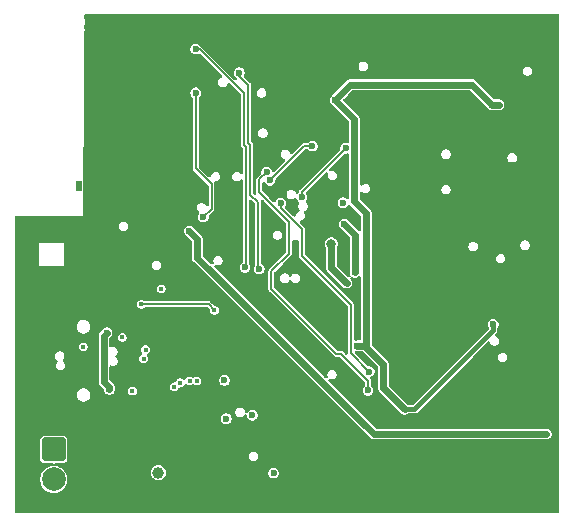
<source format=gbr>
%TF.GenerationSoftware,KiCad,Pcbnew,9.0.3*%
%TF.CreationDate,2025-12-31T13:04:55+01:00*%
%TF.ProjectId,Lars-10W-RGBW-V1,4c617273-2d31-4305-972d-524742572d56,rev?*%
%TF.SameCoordinates,Original*%
%TF.FileFunction,Copper,L3,Inr*%
%TF.FilePolarity,Positive*%
%FSLAX46Y46*%
G04 Gerber Fmt 4.6, Leading zero omitted, Abs format (unit mm)*
G04 Created by KiCad (PCBNEW 9.0.3) date 2025-12-31 13:04:55*
%MOMM*%
%LPD*%
G01*
G04 APERTURE LIST*
G04 Aperture macros list*
%AMRoundRect*
0 Rectangle with rounded corners*
0 $1 Rounding radius*
0 $2 $3 $4 $5 $6 $7 $8 $9 X,Y pos of 4 corners*
0 Add a 4 corners polygon primitive as box body*
4,1,4,$2,$3,$4,$5,$6,$7,$8,$9,$2,$3,0*
0 Add four circle primitives for the rounded corners*
1,1,$1+$1,$2,$3*
1,1,$1+$1,$4,$5*
1,1,$1+$1,$6,$7*
1,1,$1+$1,$8,$9*
0 Add four rect primitives between the rounded corners*
20,1,$1+$1,$2,$3,$4,$5,0*
20,1,$1+$1,$4,$5,$6,$7,0*
20,1,$1+$1,$6,$7,$8,$9,0*
20,1,$1+$1,$8,$9,$2,$3,0*%
G04 Aperture macros list end*
%TA.AperFunction,ComponentPad*%
%ADD10RoundRect,0.250000X-0.750000X0.750000X-0.750000X-0.750000X0.750000X-0.750000X0.750000X0.750000X0*%
%TD*%
%TA.AperFunction,ComponentPad*%
%ADD11C,2.000000*%
%TD*%
%TA.AperFunction,HeatsinkPad*%
%ADD12C,0.500000*%
%TD*%
%TA.AperFunction,ComponentPad*%
%ADD13R,0.500000X0.900000*%
%TD*%
%TA.AperFunction,HeatsinkPad*%
%ADD14O,2.100000X1.000000*%
%TD*%
%TA.AperFunction,HeatsinkPad*%
%ADD15O,1.800000X1.000000*%
%TD*%
%TA.AperFunction,ViaPad*%
%ADD16C,0.600000*%
%TD*%
%TA.AperFunction,ViaPad*%
%ADD17C,0.450000*%
%TD*%
%TA.AperFunction,ViaPad*%
%ADD18C,0.800000*%
%TD*%
%TA.AperFunction,ViaPad*%
%ADD19C,1.000000*%
%TD*%
%TA.AperFunction,Conductor*%
%ADD20C,0.600000*%
%TD*%
%TA.AperFunction,Conductor*%
%ADD21C,0.200000*%
%TD*%
%TA.AperFunction,Conductor*%
%ADD22C,0.400000*%
%TD*%
G04 APERTURE END LIST*
D10*
%TO.N,Net-(J601-Pin_1)*%
%TO.C,J601*%
X108900000Y-75900000D03*
D11*
%TO.N,Net-(J601-Pin_2)*%
X108900000Y-78440000D03*
%TD*%
D12*
%TO.N,GND*%
%TO.C,U101*%
X123680000Y-55420000D03*
X123680000Y-56420000D03*
X123680000Y-57420000D03*
X124680000Y-55420000D03*
X124680000Y-56420000D03*
X124680000Y-57420000D03*
X125680000Y-55420000D03*
X125680000Y-56420000D03*
X125680000Y-57420000D03*
%TD*%
%TO.N,GND*%
%TO.C,U302*%
X133100000Y-68400000D03*
X133100000Y-67300000D03*
%TD*%
%TO.N,GND*%
%TO.C,U402*%
X144500000Y-66450000D03*
X144500000Y-65350000D03*
%TD*%
D13*
%TO.N,GND*%
%TO.C,AE101*%
X111000000Y-53600000D03*
%TD*%
D12*
%TO.N,GND*%
%TO.C,U202*%
X130605000Y-47605000D03*
X130605000Y-46505000D03*
%TD*%
%TO.N,GND*%
%TO.C,U1*%
X118625000Y-67225000D03*
X118625000Y-68375000D03*
X119775000Y-67225000D03*
X119775000Y-68375000D03*
%TD*%
%TO.N,GND*%
%TO.C,U502*%
X144500000Y-48000000D03*
X144500000Y-46900000D03*
%TD*%
D14*
%TO.N,GND*%
%TO.C,J1*%
X111905000Y-64080000D03*
D15*
X107725000Y-64080000D03*
D14*
X111905000Y-72720000D03*
D15*
X107725000Y-72720000D03*
%TD*%
D16*
%TO.N,GND*%
X117800000Y-59450000D03*
D17*
X111900000Y-56400000D03*
D16*
X121200000Y-75000000D03*
X115500000Y-61400000D03*
X146200000Y-71100000D03*
X126700000Y-64000000D03*
D17*
X113167951Y-56321547D03*
D16*
X120900000Y-53000000D03*
X137600000Y-56300000D03*
D17*
X106800000Y-56300000D03*
D16*
X141200000Y-54300000D03*
X120300000Y-76700000D03*
X140500000Y-53500000D03*
D17*
X113500000Y-71800000D03*
X115500000Y-72600000D03*
D16*
X147500000Y-69600000D03*
X138400000Y-54800000D03*
X138000000Y-62000000D03*
D17*
X112100000Y-55700000D03*
X107200000Y-60100000D03*
D16*
X151100000Y-80000000D03*
D17*
X113500000Y-52800000D03*
D16*
X139200000Y-56100000D03*
X136900000Y-55800000D03*
X135000000Y-40100000D03*
X117800000Y-81000000D03*
X149300000Y-42500000D03*
X118700000Y-46700000D03*
D17*
X122900000Y-71600000D03*
D16*
X113300000Y-46400000D03*
X138400000Y-55700000D03*
D17*
X111600000Y-43300000D03*
D16*
X141100000Y-55100000D03*
X117700000Y-56400000D03*
D17*
X114700000Y-52400000D03*
X113400000Y-72700000D03*
D16*
X118000000Y-76500000D03*
X149900000Y-67500000D03*
X145400000Y-71700000D03*
X132800000Y-80600000D03*
X139400000Y-66000000D03*
X150700000Y-70000000D03*
D17*
X115797103Y-65243662D03*
X115470201Y-71721779D03*
D16*
X121200000Y-76000000D03*
D17*
X111600000Y-49700000D03*
D16*
X122300000Y-62000000D03*
D17*
X111600000Y-48900000D03*
D16*
X140700000Y-69200000D03*
D17*
X116000000Y-53900000D03*
X111600000Y-44900000D03*
D16*
X120800000Y-66100000D03*
X133900000Y-40300000D03*
D17*
X117800000Y-50900000D03*
X115100000Y-53400000D03*
X107500000Y-61500000D03*
X111600000Y-41700000D03*
D16*
X138900000Y-69500000D03*
X137000000Y-57200000D03*
X136500000Y-56400000D03*
X134200000Y-79600000D03*
X123300000Y-77700000D03*
X138200000Y-48000000D03*
X134600000Y-77100000D03*
X151100000Y-57000000D03*
X141600000Y-68900000D03*
X140700000Y-68200000D03*
D17*
X111600000Y-50500000D03*
D16*
X124400000Y-47900000D03*
D17*
X111600000Y-45700000D03*
D16*
X138000000Y-63000000D03*
D17*
X113100000Y-56800000D03*
D16*
X129300000Y-79600000D03*
X138900000Y-47200000D03*
X149800000Y-81000000D03*
D17*
X113400000Y-54600000D03*
X110300000Y-60500000D03*
D16*
X144300000Y-42900000D03*
D17*
X110300000Y-61000000D03*
X122200000Y-65000000D03*
X110200000Y-61600000D03*
D16*
X133100000Y-48300000D03*
X143800000Y-70600000D03*
X144300000Y-77000000D03*
D17*
X117100000Y-62900000D03*
X112600000Y-74000000D03*
D16*
X120600000Y-53700000D03*
D17*
X110500000Y-58200000D03*
X112900000Y-59000000D03*
X127300000Y-70500000D03*
D16*
X118000000Y-52000000D03*
X139300000Y-50600000D03*
X135200000Y-75800000D03*
D17*
X116300000Y-55300000D03*
D16*
X112500000Y-41300000D03*
D17*
X110000000Y-57100000D03*
X111600000Y-47300000D03*
D16*
X140900000Y-49500000D03*
X136405000Y-48705000D03*
D17*
X117097702Y-70097702D03*
D16*
X130800000Y-48900000D03*
D17*
X110000000Y-56300000D03*
D16*
X137600000Y-55200000D03*
X139200000Y-57100000D03*
D17*
X108400000Y-57000000D03*
D16*
X130700000Y-45200000D03*
X151400000Y-69400000D03*
D17*
X111600000Y-48100000D03*
D16*
X132500000Y-55000000D03*
D17*
X111600000Y-42500000D03*
D16*
X119100000Y-76600000D03*
D17*
X113000000Y-58500000D03*
X110900000Y-56300000D03*
D16*
X137400000Y-43900000D03*
X148300000Y-40200000D03*
D17*
X108200000Y-61700000D03*
D16*
X149500000Y-60700000D03*
D17*
X115800000Y-55300000D03*
D16*
X139700000Y-49400000D03*
D17*
X113874999Y-62928749D03*
D16*
X142300000Y-80500000D03*
X121500000Y-53700000D03*
X144600000Y-71100000D03*
X139900000Y-50600000D03*
X121600000Y-61800000D03*
D17*
X116800000Y-55300000D03*
X107200000Y-58700000D03*
D16*
X141800000Y-55700000D03*
X135700000Y-54800000D03*
D17*
X130600000Y-71400000D03*
X112200000Y-50900000D03*
X109200000Y-56300000D03*
X129700000Y-70300000D03*
D16*
X112100000Y-45200000D03*
X136500000Y-53800000D03*
D17*
X109700000Y-61800000D03*
D16*
X135400000Y-79200000D03*
D17*
X107300000Y-57600000D03*
D16*
X145500000Y-76500000D03*
D17*
X111600000Y-46500000D03*
D16*
X140000000Y-46200000D03*
D17*
X107800000Y-57000000D03*
X113900000Y-55700000D03*
D16*
X140400000Y-54300000D03*
D17*
X111600000Y-40900000D03*
D16*
X116800000Y-57400000D03*
X135700000Y-77200000D03*
X139300000Y-54000000D03*
X119500000Y-55500000D03*
X127000000Y-80300000D03*
X141800000Y-63900000D03*
X118200000Y-48600000D03*
X138400000Y-56700000D03*
X131600000Y-55000000D03*
X135600000Y-49000000D03*
D17*
X111200000Y-60100000D03*
D16*
X138400000Y-50600000D03*
D17*
X113100000Y-57900000D03*
X110800000Y-60400000D03*
X111600000Y-39300000D03*
D16*
X144100000Y-50200000D03*
D17*
X112500000Y-55200000D03*
X111600000Y-44100000D03*
D16*
X150800000Y-64100000D03*
D17*
X113100000Y-57300000D03*
D16*
X117500000Y-73100000D03*
X150600000Y-62400000D03*
X139000000Y-80400000D03*
X119300000Y-56400000D03*
D17*
X113500000Y-56000000D03*
X108400000Y-56300000D03*
D16*
X140000000Y-48200000D03*
X118900000Y-53700000D03*
X121400000Y-77100000D03*
X137600000Y-54100000D03*
D17*
X115439705Y-73888114D03*
D16*
X139200000Y-55200000D03*
X144000000Y-49100000D03*
X137800000Y-57700000D03*
X113000000Y-80700000D03*
D17*
X115300000Y-55500000D03*
X109300000Y-57000000D03*
D16*
X112600000Y-39800000D03*
D17*
X127100000Y-69000000D03*
D16*
X143800000Y-71700000D03*
X147000000Y-40300000D03*
X144400000Y-80200000D03*
D17*
X113800000Y-53800000D03*
X107200000Y-59500000D03*
X111600000Y-55100000D03*
X107200000Y-58100000D03*
X114900000Y-55800000D03*
X111900000Y-57800000D03*
D16*
X112800000Y-43400000D03*
X150700000Y-44800000D03*
X124300000Y-77700000D03*
X131400000Y-56800000D03*
X150200000Y-59100000D03*
X126100000Y-61900000D03*
X123700000Y-78400000D03*
D17*
X111600000Y-56000000D03*
X131200000Y-75600000D03*
D16*
X144700000Y-44100000D03*
X122300000Y-77700000D03*
X123983591Y-45516409D03*
X140900000Y-50600000D03*
D17*
X117000000Y-64100000D03*
D16*
X145100000Y-67900000D03*
D17*
X115300000Y-73200000D03*
D16*
X131200000Y-76400000D03*
X123900000Y-61100000D03*
D17*
X111600000Y-53100000D03*
D16*
X140200000Y-55800000D03*
X139980331Y-65380331D03*
X135500000Y-41100000D03*
D17*
X112600000Y-52300000D03*
D16*
X135500000Y-42100000D03*
D17*
X114400000Y-55900000D03*
D16*
X150300000Y-49100000D03*
X129900000Y-49600000D03*
X151300000Y-63200000D03*
X136300000Y-57800000D03*
D17*
X118100000Y-51300000D03*
D16*
X142600000Y-54900000D03*
D17*
X128175840Y-58692654D03*
X130700000Y-75800000D03*
D16*
X118085873Y-72456878D03*
D17*
X123100000Y-66400000D03*
D16*
X124200000Y-49900000D03*
D17*
X111600000Y-40100000D03*
D16*
X143400000Y-80400000D03*
D17*
X130200000Y-74400000D03*
X115497439Y-74927327D03*
X107200000Y-61000000D03*
D16*
X132800000Y-40200000D03*
X140900000Y-56600000D03*
X118000000Y-47500000D03*
X138800000Y-49500000D03*
D17*
X116900000Y-53900000D03*
D16*
X113400000Y-42200000D03*
X150800000Y-45700000D03*
X132400000Y-56800000D03*
D17*
X111600000Y-52100000D03*
X106000000Y-56300000D03*
X126400000Y-68200000D03*
D16*
X139800000Y-47300000D03*
X142900000Y-65900000D03*
D17*
X113300000Y-51200000D03*
X123400000Y-71500000D03*
D16*
X122000000Y-69900000D03*
X126900000Y-79000000D03*
X118600000Y-56400000D03*
X144700000Y-69700000D03*
D17*
X120500000Y-56400000D03*
D16*
X140200000Y-57200000D03*
D17*
X114100000Y-51700000D03*
D16*
X125669669Y-65330331D03*
X137100000Y-76700000D03*
X145400000Y-70600000D03*
D17*
X111500000Y-58600000D03*
D16*
X119800000Y-53700000D03*
X130700000Y-43400000D03*
X136700000Y-54800000D03*
D17*
X121600000Y-65800000D03*
D16*
X118600000Y-55500000D03*
D17*
X116300000Y-62900000D03*
X126600000Y-69900000D03*
D16*
X149500000Y-41700000D03*
X132100000Y-75600000D03*
D17*
X111700000Y-59900000D03*
D16*
X117200000Y-79100000D03*
X140400000Y-69900000D03*
X123800000Y-63934300D03*
X143800000Y-76000000D03*
X138900000Y-46200000D03*
X117000000Y-80300000D03*
D17*
X111900000Y-57100000D03*
X107600000Y-56300000D03*
D16*
X124500000Y-78500000D03*
X130600000Y-58100000D03*
D17*
X120300000Y-71800000D03*
X109000000Y-61800000D03*
X112600000Y-59400000D03*
X117100000Y-69400000D03*
X110400000Y-57500000D03*
D16*
X129700000Y-63200000D03*
D17*
X112200000Y-59700000D03*
D16*
X127500000Y-64200000D03*
D17*
X111600000Y-54100000D03*
X121400000Y-64200000D03*
D16*
%TO.N,/ESP_CHIP_PU*%
X121560402Y-56210114D03*
X120900000Y-45700000D03*
%TO.N,/GPIO8*%
X120900000Y-42000000D03*
X125080000Y-60480000D03*
%TO.N,+3V3*%
X150600000Y-74600000D03*
X120380000Y-57400000D03*
%TO.N,+5V*%
X138600000Y-72500000D03*
X135200000Y-67100000D03*
X146000000Y-46700000D03*
X146100000Y-65300000D03*
X146600000Y-46700000D03*
X134600000Y-67100000D03*
X132705000Y-46305000D03*
D17*
X118000000Y-62301000D03*
D16*
%TO.N,/LedDriverGreen/LED+*%
X133700000Y-61800000D03*
D18*
X132400000Y-58500000D03*
D16*
%TO.N,/LedDriverBlue/LED+*%
X134400000Y-60900000D03*
X133500000Y-56800000D03*
%TO.N,/LedDriverWhite/LED+*%
X133400000Y-55000000D03*
D17*
%TO.N,/Vbus*%
X122500000Y-64100000D03*
X116300000Y-63600000D03*
D19*
X117750000Y-77850000D03*
D16*
X125700000Y-73000000D03*
X123350000Y-70050000D03*
%TO.N,Net-(D1-A)*%
X113400000Y-66000000D03*
X113600000Y-70800000D03*
D17*
X114700000Y-66400000D03*
%TO.N,Net-(J1-CC1)*%
X111400000Y-67200000D03*
X120400000Y-70100000D03*
%TO.N,Net-(J1-CC2)*%
X115550000Y-70950000D03*
X121000000Y-70100000D03*
D16*
%TO.N,/GPIO9*%
X126300000Y-60600000D03*
X124600000Y-44000000D03*
%TO.N,/ENR*%
X133600000Y-50400000D03*
X129893934Y-54557535D03*
%TO.N,/ENG*%
X128100000Y-55050000D03*
X135600000Y-69300000D03*
%TO.N,Net-(U602-FB)*%
X127500000Y-77900000D03*
X123500000Y-73294098D03*
%TO.N,/PWMR*%
X130800000Y-50200000D03*
X127200000Y-53100000D03*
%TO.N,/PWMG*%
X126921488Y-52401000D03*
X135500000Y-70900000D03*
D17*
%TO.N,Net-(U1-DN)*%
X119600000Y-70264252D03*
X116664124Y-67435876D03*
%TO.N,Net-(U1-DP)*%
X116500000Y-68200000D03*
X119100000Y-70600000D03*
%TD*%
D20*
%TO.N,/LedDriverGreen/LED+*%
X132400000Y-60500000D02*
X133700000Y-61800000D01*
X132400000Y-58500000D02*
X132400000Y-60500000D01*
%TO.N,+3V3*%
X136000000Y-74600000D02*
X150600000Y-74600000D01*
X121046772Y-59646772D02*
X136000000Y-74600000D01*
X121046772Y-58066772D02*
X121046772Y-59646772D01*
X120380000Y-57400000D02*
X121046772Y-58066772D01*
D21*
%TO.N,/ESP_CHIP_PU*%
X122251000Y-53451000D02*
X122251000Y-55519516D01*
X120900000Y-52100000D02*
X122251000Y-53451000D01*
X120900000Y-45700000D02*
X120900000Y-52100000D01*
X122251000Y-55519516D02*
X121560402Y-56210114D01*
%TO.N,/GPIO8*%
X125180000Y-50276389D02*
X125000000Y-50096389D01*
X121245001Y-42000000D02*
X120900000Y-42000000D01*
X125000000Y-50096389D02*
X125000000Y-45754999D01*
X125080000Y-60480000D02*
X125180000Y-60380000D01*
X125180000Y-60380000D02*
X125180000Y-50276389D01*
X125000000Y-45754999D02*
X121245001Y-42000000D01*
D20*
%TO.N,+5V*%
X144300000Y-45000000D02*
X146000000Y-46700000D01*
X135351000Y-66949000D02*
X135200000Y-67100000D01*
X136800000Y-68700000D02*
X136800000Y-70700000D01*
X135200000Y-67100000D02*
X136050000Y-67950000D01*
X135351000Y-65900000D02*
X135351000Y-67251000D01*
X135351000Y-55888926D02*
X135351000Y-65900000D01*
X146000000Y-46700000D02*
X146600000Y-46700000D01*
D22*
X139400000Y-72500000D02*
X138600000Y-72500000D01*
D20*
X135351000Y-65900000D02*
X135351000Y-66949000D01*
X132705000Y-46305000D02*
X134010000Y-45000000D01*
X136800000Y-70700000D02*
X138600000Y-72500000D01*
X134600000Y-67100000D02*
X135200000Y-67100000D01*
X134010000Y-45000000D02*
X144300000Y-45000000D01*
X134351000Y-54888926D02*
X135351000Y-55888926D01*
D22*
X146100000Y-65300000D02*
X146100000Y-65800000D01*
D20*
X134351000Y-47951000D02*
X134351000Y-54888926D01*
X132705000Y-46305000D02*
X134351000Y-47951000D01*
D22*
X146100000Y-65800000D02*
X139400000Y-72500000D01*
D20*
X136050000Y-67950000D02*
X136800000Y-68700000D01*
X135351000Y-67251000D02*
X136050000Y-67950000D01*
%TO.N,/LedDriverBlue/LED+*%
X134400000Y-57700000D02*
X133500000Y-56800000D01*
X134400000Y-60900000D02*
X134400000Y-57700000D01*
D21*
%TO.N,/Vbus*%
X116800000Y-63600000D02*
X122000000Y-63600000D01*
X116300000Y-63600000D02*
X116800000Y-63600000D01*
X122000000Y-63600000D02*
X122500000Y-64100000D01*
D20*
%TO.N,Net-(D1-A)*%
X113149000Y-66251000D02*
X113400000Y-66000000D01*
X113600000Y-70800000D02*
X113600000Y-70600000D01*
X113149000Y-70149000D02*
X113149000Y-66251000D01*
X113600000Y-70600000D02*
X113149000Y-70149000D01*
D21*
%TO.N,/GPIO9*%
X125351000Y-45051000D02*
X125351000Y-49951000D01*
X126181000Y-60481000D02*
X126300000Y-60600000D01*
X125531000Y-50131001D02*
X125531000Y-54331000D01*
X125531000Y-54331000D02*
X126181000Y-54981000D01*
X125351000Y-49951000D02*
X125531000Y-50131001D01*
X124600000Y-44000000D02*
X124600000Y-44300000D01*
X126181000Y-54981000D02*
X126181000Y-60481000D01*
X124600000Y-44300000D02*
X125351000Y-45051000D01*
%TO.N,/ENR*%
X129893934Y-54106066D02*
X133600000Y-50400000D01*
X129893934Y-54557535D02*
X129893934Y-54106066D01*
%TO.N,/ENG*%
X134049000Y-67749000D02*
X135600000Y-69300000D01*
X128100000Y-55050000D02*
X128100000Y-55414254D01*
X134049000Y-63649000D02*
X134049000Y-67749000D01*
X128100000Y-55414254D02*
X129892873Y-57207127D01*
X129892873Y-59492873D02*
X134049000Y-63649000D01*
X129892873Y-57207127D02*
X129892873Y-59492873D01*
%TO.N,/PWMR*%
X130100000Y-50200000D02*
X130800000Y-50200000D01*
X127200000Y-53100000D02*
X130100000Y-50200000D01*
%TO.N,/PWMG*%
X128800000Y-59320768D02*
X127300000Y-60820768D01*
X126883000Y-54693642D02*
X128800000Y-56610642D01*
X128800000Y-59300000D02*
X128800000Y-59320768D01*
X128800000Y-56610642D02*
X128800000Y-59300000D01*
X133209521Y-67801000D02*
X135500000Y-70091479D01*
X126302000Y-53020488D02*
X126302000Y-54109222D01*
X126302000Y-54109222D02*
X126883000Y-54690222D01*
X127300000Y-60820768D02*
X127300000Y-62300000D01*
X126883000Y-54690222D02*
X126883000Y-54693642D01*
X127300000Y-62300000D02*
X132801000Y-67801000D01*
X132801000Y-67801000D02*
X133209521Y-67801000D01*
X126921488Y-52401000D02*
X126302000Y-53020488D01*
X135500000Y-70091479D02*
X135500000Y-70900000D01*
%TD*%
%TA.AperFunction,Conductor*%
%TO.N,GND*%
G36*
X129206569Y-58178105D02*
G01*
X129290146Y-58200500D01*
X129290149Y-58200500D01*
X129395597Y-58200500D01*
X129395600Y-58200500D01*
X129486282Y-58176202D01*
X129556129Y-58177865D01*
X129613992Y-58217027D01*
X129641496Y-58281256D01*
X129642373Y-58295977D01*
X129642373Y-59542702D01*
X129680509Y-59634770D01*
X133762181Y-63716442D01*
X133795666Y-63777765D01*
X133798500Y-63804123D01*
X133798500Y-67736356D01*
X133778815Y-67803395D01*
X133726011Y-67849150D01*
X133656853Y-67859094D01*
X133593297Y-67830069D01*
X133586819Y-67824037D01*
X133351418Y-67588636D01*
X133259350Y-67550500D01*
X133259349Y-67550500D01*
X132956122Y-67550500D01*
X132889083Y-67530815D01*
X132868441Y-67514181D01*
X127586819Y-62232558D01*
X127553334Y-62171235D01*
X127550500Y-62144877D01*
X127550500Y-61347273D01*
X128049500Y-61347273D01*
X128049500Y-61452727D01*
X128076793Y-61554587D01*
X128129520Y-61645913D01*
X128204087Y-61720480D01*
X128295413Y-61773207D01*
X128397273Y-61800500D01*
X128397275Y-61800500D01*
X128502725Y-61800500D01*
X128502727Y-61800500D01*
X128604587Y-61773207D01*
X128695913Y-61720480D01*
X128770480Y-61645913D01*
X128792614Y-61607574D01*
X128843179Y-61559361D01*
X128911786Y-61546137D01*
X128976651Y-61572105D01*
X129007384Y-61607573D01*
X129029520Y-61645913D01*
X129104087Y-61720480D01*
X129195413Y-61773207D01*
X129297273Y-61800500D01*
X129297275Y-61800500D01*
X129402725Y-61800500D01*
X129402727Y-61800500D01*
X129504587Y-61773207D01*
X129595913Y-61720480D01*
X129670480Y-61645913D01*
X129723207Y-61554587D01*
X129750500Y-61452727D01*
X129750500Y-61347273D01*
X129723207Y-61245413D01*
X129670480Y-61154087D01*
X129595913Y-61079520D01*
X129504587Y-61026793D01*
X129402727Y-60999500D01*
X129297273Y-60999500D01*
X129195413Y-61026793D01*
X129195410Y-61026794D01*
X129104085Y-61079521D01*
X129029522Y-61154084D01*
X129029520Y-61154086D01*
X129029520Y-61154087D01*
X129007385Y-61192425D01*
X128956820Y-61240639D01*
X128888212Y-61253861D01*
X128823348Y-61227893D01*
X128792615Y-61192426D01*
X128770480Y-61154087D01*
X128695913Y-61079520D01*
X128604587Y-61026793D01*
X128502727Y-60999500D01*
X128397273Y-60999500D01*
X128295413Y-61026793D01*
X128295410Y-61026794D01*
X128204085Y-61079521D01*
X128129521Y-61154085D01*
X128076794Y-61245410D01*
X128076793Y-61245413D01*
X128049500Y-61347273D01*
X127550500Y-61347273D01*
X127550500Y-60975891D01*
X127570185Y-60908852D01*
X127586819Y-60888210D01*
X128294828Y-60180201D01*
X129012364Y-59462665D01*
X129050500Y-59370596D01*
X129050500Y-59270941D01*
X129050500Y-59250172D01*
X129050500Y-58297886D01*
X129070185Y-58230847D01*
X129122989Y-58185092D01*
X129192147Y-58175148D01*
X129206569Y-58178105D01*
G37*
%TD.AperFunction*%
%TA.AperFunction,Conductor*%
G36*
X133787689Y-50828727D02*
G01*
X133814256Y-50829360D01*
X133821624Y-50834347D01*
X133830403Y-50835801D01*
X133850110Y-50853626D01*
X133872118Y-50868522D01*
X133875621Y-50876702D01*
X133882220Y-50882671D01*
X133889161Y-50908321D01*
X133899623Y-50932750D01*
X133900500Y-50947472D01*
X133900500Y-54564036D01*
X133880815Y-54631075D01*
X133828011Y-54676830D01*
X133758853Y-54686774D01*
X133695297Y-54657749D01*
X133688819Y-54651717D01*
X133676615Y-54639513D01*
X133676613Y-54639511D01*
X133573886Y-54580201D01*
X133459309Y-54549500D01*
X133340691Y-54549500D01*
X133226114Y-54580201D01*
X133226112Y-54580201D01*
X133226112Y-54580202D01*
X133123387Y-54639511D01*
X133123384Y-54639513D01*
X133039513Y-54723384D01*
X133039511Y-54723387D01*
X132983990Y-54819552D01*
X132980201Y-54826114D01*
X132949500Y-54940691D01*
X132949500Y-55059309D01*
X132980201Y-55173886D01*
X133039511Y-55276613D01*
X133123387Y-55360489D01*
X133226114Y-55419799D01*
X133340691Y-55450500D01*
X133340694Y-55450500D01*
X133459306Y-55450500D01*
X133459309Y-55450500D01*
X133573886Y-55419799D01*
X133676613Y-55360489D01*
X133760489Y-55276613D01*
X133804539Y-55200317D01*
X133855106Y-55152101D01*
X133923714Y-55138879D01*
X133988578Y-55164847D01*
X133999607Y-55174636D01*
X134864181Y-56039210D01*
X134897666Y-56100533D01*
X134900500Y-56126891D01*
X134900500Y-57264035D01*
X134880815Y-57331074D01*
X134828011Y-57376829D01*
X134758853Y-57386773D01*
X134695297Y-57357748D01*
X134688819Y-57351716D01*
X133776616Y-56439513D01*
X133776614Y-56439511D01*
X133725250Y-56409856D01*
X133673888Y-56380201D01*
X133661780Y-56376957D01*
X133649673Y-56373713D01*
X133649670Y-56373712D01*
X133611478Y-56363478D01*
X133559309Y-56349500D01*
X133440691Y-56349500D01*
X133350325Y-56373713D01*
X133350324Y-56373712D01*
X133326116Y-56380199D01*
X133326113Y-56380200D01*
X133223386Y-56439511D01*
X133223383Y-56439513D01*
X133139513Y-56523383D01*
X133139509Y-56523389D01*
X133080201Y-56626112D01*
X133080200Y-56626117D01*
X133049500Y-56740691D01*
X133049500Y-56859308D01*
X133073069Y-56947272D01*
X133080200Y-56973885D01*
X133080200Y-56973886D01*
X133083846Y-56980201D01*
X133139511Y-57076614D01*
X133139513Y-57076616D01*
X133913181Y-57850284D01*
X133946666Y-57911607D01*
X133949500Y-57937965D01*
X133949500Y-60959309D01*
X133967583Y-61026794D01*
X133980202Y-61073889D01*
X134013616Y-61131763D01*
X134030089Y-61199663D01*
X134007237Y-61265690D01*
X133952316Y-61308880D01*
X133882762Y-61315522D01*
X133820660Y-61283506D01*
X133818548Y-61281444D01*
X132886819Y-60349715D01*
X132853334Y-60288392D01*
X132850500Y-60262034D01*
X132850500Y-58853935D01*
X132867112Y-58791936D01*
X132912984Y-58712485D01*
X132950500Y-58572475D01*
X132950500Y-58427525D01*
X132912984Y-58287515D01*
X132909370Y-58281256D01*
X132840511Y-58161988D01*
X132840506Y-58161982D01*
X132738017Y-58059493D01*
X132738011Y-58059488D01*
X132612488Y-57987017D01*
X132612489Y-57987017D01*
X132601006Y-57983940D01*
X132472475Y-57949500D01*
X132327525Y-57949500D01*
X132198993Y-57983940D01*
X132187511Y-57987017D01*
X132061988Y-58059488D01*
X132061982Y-58059493D01*
X131959493Y-58161982D01*
X131959488Y-58161988D01*
X131887017Y-58287511D01*
X131887016Y-58287515D01*
X131849500Y-58427525D01*
X131849500Y-58572475D01*
X131887016Y-58712485D01*
X131932887Y-58791936D01*
X131949500Y-58853935D01*
X131949500Y-60559309D01*
X131966670Y-60623388D01*
X131966670Y-60623389D01*
X131980199Y-60673884D01*
X131995566Y-60700499D01*
X132039511Y-60776614D01*
X133423386Y-62160490D01*
X133492687Y-62200500D01*
X133526114Y-62219799D01*
X133640691Y-62250500D01*
X133640694Y-62250500D01*
X133759307Y-62250500D01*
X133759309Y-62250500D01*
X133843186Y-62228025D01*
X133873887Y-62219799D01*
X133914695Y-62196239D01*
X133976607Y-62160494D01*
X133976606Y-62160494D01*
X133976614Y-62160490D01*
X134060490Y-62076614D01*
X134119799Y-61973887D01*
X134132764Y-61925500D01*
X134150500Y-61859309D01*
X134150500Y-61740691D01*
X134119799Y-61626114D01*
X134060490Y-61523386D01*
X134018555Y-61481451D01*
X133985070Y-61420128D01*
X133990054Y-61350436D01*
X134031926Y-61294503D01*
X134097390Y-61270086D01*
X134165663Y-61284938D01*
X134168212Y-61286369D01*
X134226114Y-61319799D01*
X134340691Y-61350500D01*
X134340694Y-61350500D01*
X134459306Y-61350500D01*
X134459309Y-61350500D01*
X134573886Y-61319799D01*
X134676613Y-61260489D01*
X134688819Y-61248283D01*
X134750142Y-61214798D01*
X134819834Y-61219782D01*
X134875767Y-61261654D01*
X134900184Y-61327118D01*
X134900500Y-61335964D01*
X134900500Y-66525500D01*
X134880815Y-66592539D01*
X134828011Y-66638294D01*
X134776500Y-66649500D01*
X134540691Y-66649500D01*
X134455593Y-66672302D01*
X134385743Y-66670639D01*
X134327881Y-66631476D01*
X134300377Y-66567248D01*
X134299500Y-66552527D01*
X134299500Y-63599173D01*
X134299499Y-63599170D01*
X134279366Y-63550565D01*
X134261364Y-63507103D01*
X134190897Y-63436636D01*
X130179692Y-59425431D01*
X130146207Y-59364108D01*
X130143373Y-59337750D01*
X130143373Y-57157300D01*
X130143372Y-57157297D01*
X130142250Y-57154589D01*
X130105237Y-57065230D01*
X130034770Y-56994763D01*
X129750387Y-56710380D01*
X129716902Y-56649057D01*
X129721886Y-56579365D01*
X129763758Y-56523432D01*
X129829222Y-56499015D01*
X129838068Y-56498699D01*
X129851796Y-56498699D01*
X129851798Y-56498699D01*
X129953658Y-56471406D01*
X130044984Y-56418679D01*
X130119551Y-56344112D01*
X130172278Y-56252786D01*
X130199571Y-56150926D01*
X130199571Y-56045472D01*
X130172278Y-55943612D01*
X130119551Y-55852286D01*
X130119549Y-55852284D01*
X130115487Y-55845248D01*
X130117236Y-55844238D01*
X130095962Y-55789215D01*
X130109998Y-55720770D01*
X130157530Y-55671507D01*
X130245913Y-55620480D01*
X130320480Y-55545913D01*
X130373207Y-55454587D01*
X130400500Y-55352727D01*
X130400500Y-55247273D01*
X130373207Y-55145413D01*
X130320480Y-55054087D01*
X130264505Y-54998112D01*
X130231020Y-54936789D01*
X130236004Y-54867097D01*
X130253820Y-54834932D01*
X130254414Y-54834156D01*
X130254423Y-54834148D01*
X130313733Y-54731421D01*
X130344434Y-54616844D01*
X130344434Y-54498226D01*
X130313733Y-54383649D01*
X130254423Y-54280922D01*
X130251561Y-54278060D01*
X130249919Y-54275054D01*
X130249476Y-54274476D01*
X130249566Y-54274406D01*
X130218076Y-54216737D01*
X130223060Y-54147045D01*
X130251559Y-54102700D01*
X131915942Y-52438317D01*
X131977262Y-52404834D01*
X132046954Y-52409818D01*
X132102887Y-52451690D01*
X132127304Y-52517154D01*
X132123395Y-52558092D01*
X132099500Y-52647271D01*
X132099500Y-52647273D01*
X132099500Y-52752727D01*
X132126295Y-52852726D01*
X132126793Y-52854586D01*
X132126794Y-52854589D01*
X132129151Y-52858671D01*
X132179520Y-52945913D01*
X132254087Y-53020480D01*
X132345413Y-53073207D01*
X132447273Y-53100500D01*
X132447275Y-53100500D01*
X132552725Y-53100500D01*
X132552727Y-53100500D01*
X132654587Y-53073207D01*
X132745913Y-53020480D01*
X132820480Y-52945913D01*
X132873207Y-52854587D01*
X132900500Y-52752727D01*
X132900500Y-52647273D01*
X132873207Y-52545413D01*
X132820480Y-52454087D01*
X132745913Y-52379520D01*
X132654587Y-52326793D01*
X132552727Y-52299500D01*
X132447273Y-52299500D01*
X132447271Y-52299500D01*
X132358092Y-52323395D01*
X132288242Y-52321732D01*
X132230380Y-52282569D01*
X132202877Y-52218340D01*
X132214464Y-52149438D01*
X132238315Y-52115943D01*
X133467440Y-50886818D01*
X133487999Y-50875592D01*
X133506025Y-50860634D01*
X133521088Y-50857524D01*
X133528763Y-50853334D01*
X133540094Y-50851414D01*
X133547580Y-50850500D01*
X133659309Y-50850500D01*
X133752828Y-50825441D01*
X133761473Y-50824386D01*
X133787689Y-50828727D01*
G37*
%TD.AperFunction*%
%TA.AperFunction,Conductor*%
G36*
X151642539Y-39020185D02*
G01*
X151688294Y-39072989D01*
X151699500Y-39124500D01*
X151699500Y-81175500D01*
X151679815Y-81242539D01*
X151627011Y-81288294D01*
X151575500Y-81299500D01*
X105724500Y-81299500D01*
X105657461Y-81279815D01*
X105611706Y-81227011D01*
X105600500Y-81175500D01*
X105600500Y-75118475D01*
X107749500Y-75118475D01*
X107749500Y-76681517D01*
X107760292Y-76749657D01*
X107764354Y-76775304D01*
X107821950Y-76888342D01*
X107821952Y-76888344D01*
X107821954Y-76888347D01*
X107911652Y-76978045D01*
X107911654Y-76978046D01*
X107911658Y-76978050D01*
X108024694Y-77035645D01*
X108024698Y-77035647D01*
X108118475Y-77050499D01*
X108118481Y-77050500D01*
X108742873Y-77050499D01*
X108809910Y-77070183D01*
X108855665Y-77122987D01*
X108865609Y-77192146D01*
X108836584Y-77255702D01*
X108777806Y-77293476D01*
X108762270Y-77296972D01*
X108630589Y-77317829D01*
X108458363Y-77373787D01*
X108458360Y-77373788D01*
X108297002Y-77456006D01*
X108150505Y-77562441D01*
X108150500Y-77562445D01*
X108022445Y-77690500D01*
X108022441Y-77690505D01*
X107916006Y-77837002D01*
X107833788Y-77998360D01*
X107833787Y-77998363D01*
X107777829Y-78170589D01*
X107749500Y-78349448D01*
X107749500Y-78530551D01*
X107777829Y-78709410D01*
X107833787Y-78881636D01*
X107833788Y-78881639D01*
X107916006Y-79042997D01*
X108022441Y-79189494D01*
X108022445Y-79189499D01*
X108150500Y-79317554D01*
X108150505Y-79317558D01*
X108278287Y-79410396D01*
X108297006Y-79423996D01*
X108402484Y-79477740D01*
X108458360Y-79506211D01*
X108458363Y-79506212D01*
X108544476Y-79534191D01*
X108630591Y-79562171D01*
X108713429Y-79575291D01*
X108809449Y-79590500D01*
X108809454Y-79590500D01*
X108990551Y-79590500D01*
X109077259Y-79576765D01*
X109169409Y-79562171D01*
X109341639Y-79506211D01*
X109502994Y-79423996D01*
X109649501Y-79317553D01*
X109777553Y-79189501D01*
X109883996Y-79042994D01*
X109966211Y-78881639D01*
X110022171Y-78709409D01*
X110036765Y-78617259D01*
X110050500Y-78530551D01*
X110050500Y-78349448D01*
X110034019Y-78245397D01*
X110022171Y-78170591D01*
X109994191Y-78084476D01*
X109966212Y-77998363D01*
X109966211Y-77998360D01*
X109923263Y-77914071D01*
X117099499Y-77914071D01*
X117124497Y-78039738D01*
X117124499Y-78039744D01*
X117173533Y-78158124D01*
X117173538Y-78158133D01*
X117244723Y-78264668D01*
X117244726Y-78264672D01*
X117335327Y-78355273D01*
X117335331Y-78355276D01*
X117441866Y-78426461D01*
X117441872Y-78426464D01*
X117441873Y-78426465D01*
X117560256Y-78475501D01*
X117560260Y-78475501D01*
X117560261Y-78475502D01*
X117685928Y-78500500D01*
X117685931Y-78500500D01*
X117814071Y-78500500D01*
X117898615Y-78483682D01*
X117939744Y-78475501D01*
X118058127Y-78426465D01*
X118164669Y-78355276D01*
X118255276Y-78264669D01*
X118326465Y-78158127D01*
X118375501Y-78039744D01*
X118400500Y-77914069D01*
X118400500Y-77840691D01*
X127049500Y-77840691D01*
X127049500Y-77959309D01*
X127080201Y-78073886D01*
X127139511Y-78176613D01*
X127223387Y-78260489D01*
X127326114Y-78319799D01*
X127440691Y-78350500D01*
X127440694Y-78350500D01*
X127559306Y-78350500D01*
X127559309Y-78350500D01*
X127673886Y-78319799D01*
X127776613Y-78260489D01*
X127860489Y-78176613D01*
X127919799Y-78073886D01*
X127950500Y-77959309D01*
X127950500Y-77840691D01*
X127919799Y-77726114D01*
X127860489Y-77623387D01*
X127776613Y-77539511D01*
X127673886Y-77480201D01*
X127559309Y-77449500D01*
X127440691Y-77449500D01*
X127326114Y-77480201D01*
X127326112Y-77480201D01*
X127326112Y-77480202D01*
X127223387Y-77539511D01*
X127223384Y-77539513D01*
X127139513Y-77623384D01*
X127139511Y-77623387D01*
X127100764Y-77690499D01*
X127080201Y-77726114D01*
X127049500Y-77840691D01*
X118400500Y-77840691D01*
X118400500Y-77785931D01*
X118400500Y-77785928D01*
X118375502Y-77660261D01*
X118375501Y-77660260D01*
X118375501Y-77660256D01*
X118326465Y-77541873D01*
X118326464Y-77541872D01*
X118326461Y-77541866D01*
X118255276Y-77435331D01*
X118255273Y-77435327D01*
X118164672Y-77344726D01*
X118164668Y-77344723D01*
X118058133Y-77273538D01*
X118058124Y-77273533D01*
X117939744Y-77224499D01*
X117939738Y-77224497D01*
X117814071Y-77199500D01*
X117814069Y-77199500D01*
X117685931Y-77199500D01*
X117685929Y-77199500D01*
X117560261Y-77224497D01*
X117560255Y-77224499D01*
X117441875Y-77273533D01*
X117441866Y-77273538D01*
X117335331Y-77344723D01*
X117335327Y-77344726D01*
X117244726Y-77435327D01*
X117244723Y-77435331D01*
X117173538Y-77541866D01*
X117173533Y-77541875D01*
X117124499Y-77660255D01*
X117124497Y-77660261D01*
X117099500Y-77785928D01*
X117099500Y-77785931D01*
X117099500Y-77914069D01*
X117099500Y-77914071D01*
X117099499Y-77914071D01*
X109923263Y-77914071D01*
X109883995Y-77837004D01*
X109777558Y-77690505D01*
X109777554Y-77690500D01*
X109649499Y-77562445D01*
X109649494Y-77562441D01*
X109502997Y-77456006D01*
X109502996Y-77456005D01*
X109502994Y-77456004D01*
X109451300Y-77429664D01*
X109341639Y-77373788D01*
X109341636Y-77373787D01*
X109169410Y-77317829D01*
X109037728Y-77296972D01*
X108974594Y-77267042D01*
X108937663Y-77207731D01*
X108938661Y-77137868D01*
X108977271Y-77079636D01*
X109041235Y-77051522D01*
X109057120Y-77050499D01*
X109681518Y-77050499D01*
X109775304Y-77035646D01*
X109888342Y-76978050D01*
X109978050Y-76888342D01*
X110035646Y-76775304D01*
X110035646Y-76775302D01*
X110035647Y-76775301D01*
X110050500Y-76681524D01*
X110050500Y-76419398D01*
X125399500Y-76419398D01*
X125399500Y-76524852D01*
X125426793Y-76626712D01*
X125479520Y-76718038D01*
X125554087Y-76792605D01*
X125645413Y-76845332D01*
X125747273Y-76872625D01*
X125747275Y-76872625D01*
X125852725Y-76872625D01*
X125852727Y-76872625D01*
X125954587Y-76845332D01*
X126045913Y-76792605D01*
X126120480Y-76718038D01*
X126173207Y-76626712D01*
X126200500Y-76524852D01*
X126200500Y-76419398D01*
X126173207Y-76317538D01*
X126120480Y-76226212D01*
X126045913Y-76151645D01*
X125954587Y-76098918D01*
X125852727Y-76071625D01*
X125747273Y-76071625D01*
X125645413Y-76098918D01*
X125645410Y-76098919D01*
X125554085Y-76151646D01*
X125479521Y-76226210D01*
X125426794Y-76317535D01*
X125426793Y-76317538D01*
X125399500Y-76419398D01*
X110050500Y-76419398D01*
X110050500Y-76411271D01*
X110050499Y-75118482D01*
X110050498Y-75118475D01*
X110035646Y-75024696D01*
X109978050Y-74911658D01*
X109978046Y-74911654D01*
X109978045Y-74911652D01*
X109888347Y-74821954D01*
X109888344Y-74821952D01*
X109888342Y-74821950D01*
X109811517Y-74782805D01*
X109775301Y-74764352D01*
X109681524Y-74749500D01*
X108118482Y-74749500D01*
X108037519Y-74762323D01*
X108024696Y-74764354D01*
X107911658Y-74821950D01*
X107911657Y-74821951D01*
X107911652Y-74821954D01*
X107821954Y-74911652D01*
X107821951Y-74911657D01*
X107764352Y-75024698D01*
X107749500Y-75118475D01*
X105600500Y-75118475D01*
X105600500Y-73234789D01*
X123049500Y-73234789D01*
X123049500Y-73353407D01*
X123080201Y-73467984D01*
X123139511Y-73570711D01*
X123223387Y-73654587D01*
X123326114Y-73713897D01*
X123440691Y-73744598D01*
X123440694Y-73744598D01*
X123559306Y-73744598D01*
X123559309Y-73744598D01*
X123673886Y-73713897D01*
X123776613Y-73654587D01*
X123860489Y-73570711D01*
X123919799Y-73467984D01*
X123950500Y-73353407D01*
X123950500Y-73234789D01*
X123919799Y-73120212D01*
X123860489Y-73017485D01*
X123776613Y-72933609D01*
X123673886Y-72874299D01*
X123559309Y-72843598D01*
X123440691Y-72843598D01*
X123326114Y-72874299D01*
X123326112Y-72874299D01*
X123326112Y-72874300D01*
X123223387Y-72933609D01*
X123223384Y-72933611D01*
X123139513Y-73017482D01*
X123139511Y-73017485D01*
X123080201Y-73120212D01*
X123049500Y-73234789D01*
X105600500Y-73234789D01*
X105600500Y-72697273D01*
X124273459Y-72697273D01*
X124273459Y-72802727D01*
X124300752Y-72904587D01*
X124353479Y-72995913D01*
X124428046Y-73070480D01*
X124519372Y-73123207D01*
X124621232Y-73150500D01*
X124621234Y-73150500D01*
X124726684Y-73150500D01*
X124726686Y-73150500D01*
X124828546Y-73123207D01*
X124919872Y-73070480D01*
X124994439Y-72995913D01*
X125018114Y-72954905D01*
X125068680Y-72906692D01*
X125137287Y-72893468D01*
X125202151Y-72919436D01*
X125242680Y-72976350D01*
X125249500Y-73016907D01*
X125249500Y-73059309D01*
X125280201Y-73173886D01*
X125339511Y-73276613D01*
X125423387Y-73360489D01*
X125526114Y-73419799D01*
X125640691Y-73450500D01*
X125640694Y-73450500D01*
X125759306Y-73450500D01*
X125759309Y-73450500D01*
X125873886Y-73419799D01*
X125976613Y-73360489D01*
X126060489Y-73276613D01*
X126119799Y-73173886D01*
X126150500Y-73059309D01*
X126150500Y-72940691D01*
X126119799Y-72826114D01*
X126060489Y-72723387D01*
X125976613Y-72639511D01*
X125873886Y-72580201D01*
X125759309Y-72549500D01*
X125640691Y-72549500D01*
X125526114Y-72580201D01*
X125526112Y-72580201D01*
X125526112Y-72580202D01*
X125423387Y-72639511D01*
X125423384Y-72639513D01*
X125339513Y-72723384D01*
X125339511Y-72723387D01*
X125305846Y-72781696D01*
X125255278Y-72829911D01*
X125186671Y-72843133D01*
X125121806Y-72817165D01*
X125081278Y-72760250D01*
X125074459Y-72719695D01*
X125074459Y-72697275D01*
X125074459Y-72697273D01*
X125047166Y-72595413D01*
X124994439Y-72504087D01*
X124919872Y-72429520D01*
X124828546Y-72376793D01*
X124726686Y-72349500D01*
X124621232Y-72349500D01*
X124519372Y-72376793D01*
X124519369Y-72376794D01*
X124428044Y-72429521D01*
X124353480Y-72504085D01*
X124300753Y-72595410D01*
X124300752Y-72595413D01*
X124273459Y-72697273D01*
X105600500Y-72697273D01*
X105600500Y-71214234D01*
X110829500Y-71214234D01*
X110829500Y-71365765D01*
X110868719Y-71512136D01*
X110906602Y-71577750D01*
X110944485Y-71643365D01*
X111051635Y-71750515D01*
X111182865Y-71826281D01*
X111329234Y-71865500D01*
X111329236Y-71865500D01*
X111480764Y-71865500D01*
X111480766Y-71865500D01*
X111627135Y-71826281D01*
X111758365Y-71750515D01*
X111865515Y-71643365D01*
X111941281Y-71512135D01*
X111980500Y-71365766D01*
X111980500Y-71214234D01*
X111941281Y-71067865D01*
X111865515Y-70936635D01*
X111758365Y-70829485D01*
X111684092Y-70786603D01*
X111627136Y-70753719D01*
X111553950Y-70734109D01*
X111480766Y-70714500D01*
X111329234Y-70714500D01*
X111182863Y-70753719D01*
X111051635Y-70829485D01*
X111051632Y-70829487D01*
X110944487Y-70936632D01*
X110944485Y-70936635D01*
X110868719Y-71067863D01*
X110829500Y-71214234D01*
X105600500Y-71214234D01*
X105600500Y-67947273D01*
X108999500Y-67947273D01*
X108999500Y-68052727D01*
X109026793Y-68154587D01*
X109079520Y-68245913D01*
X109154087Y-68320480D01*
X109162982Y-68325616D01*
X109211197Y-68376179D01*
X109224422Y-68444786D01*
X109198455Y-68509651D01*
X109188665Y-68520682D01*
X109155262Y-68554085D01*
X109102535Y-68645410D01*
X109102534Y-68645413D01*
X109075241Y-68747273D01*
X109075241Y-68852727D01*
X109102534Y-68954587D01*
X109155261Y-69045913D01*
X109229828Y-69120480D01*
X109321154Y-69173207D01*
X109423014Y-69200500D01*
X109423016Y-69200500D01*
X109528466Y-69200500D01*
X109528468Y-69200500D01*
X109630328Y-69173207D01*
X109721654Y-69120480D01*
X109796221Y-69045913D01*
X109848948Y-68954587D01*
X109876241Y-68852727D01*
X109876241Y-68747273D01*
X109848948Y-68645413D01*
X109796221Y-68554087D01*
X109721654Y-68479520D01*
X109712755Y-68474382D01*
X109664542Y-68423817D01*
X109651318Y-68355210D01*
X109677286Y-68290346D01*
X109687069Y-68279323D01*
X109720480Y-68245913D01*
X109773207Y-68154587D01*
X109800500Y-68052727D01*
X109800500Y-67947273D01*
X109773207Y-67845413D01*
X109720480Y-67754087D01*
X109645913Y-67679520D01*
X109554587Y-67626793D01*
X109452727Y-67599500D01*
X109347273Y-67599500D01*
X109245413Y-67626793D01*
X109245410Y-67626794D01*
X109154085Y-67679521D01*
X109079521Y-67754085D01*
X109026794Y-67845410D01*
X109026793Y-67845413D01*
X108999500Y-67947273D01*
X105600500Y-67947273D01*
X105600500Y-67150565D01*
X111024500Y-67150565D01*
X111024500Y-67249435D01*
X111050090Y-67344938D01*
X111099525Y-67430562D01*
X111169438Y-67500475D01*
X111255062Y-67549910D01*
X111350565Y-67575500D01*
X111350567Y-67575500D01*
X111449432Y-67575500D01*
X111449435Y-67575500D01*
X111544938Y-67549910D01*
X111630562Y-67500475D01*
X111700475Y-67430562D01*
X111749910Y-67344938D01*
X111775500Y-67249435D01*
X111775500Y-67150565D01*
X111749910Y-67055062D01*
X111700475Y-66969438D01*
X111630562Y-66899525D01*
X111544938Y-66850090D01*
X111449435Y-66824500D01*
X111350565Y-66824500D01*
X111255062Y-66850090D01*
X111255060Y-66850091D01*
X111255059Y-66850091D01*
X111169436Y-66899526D01*
X111099526Y-66969436D01*
X111050091Y-67055059D01*
X111050091Y-67055060D01*
X111050090Y-67055062D01*
X111024500Y-67150565D01*
X105600500Y-67150565D01*
X105600500Y-66191691D01*
X112698500Y-66191691D01*
X112698500Y-70208309D01*
X112717764Y-70280201D01*
X112717763Y-70280201D01*
X112717764Y-70280203D01*
X112729199Y-70322883D01*
X112729200Y-70322885D01*
X112729201Y-70322887D01*
X112788511Y-70425614D01*
X112788513Y-70425616D01*
X113113181Y-70750284D01*
X113146666Y-70811607D01*
X113149500Y-70837965D01*
X113149500Y-70859309D01*
X113180201Y-70973886D01*
X113239511Y-71076613D01*
X113323387Y-71160489D01*
X113426114Y-71219799D01*
X113540691Y-71250500D01*
X113540694Y-71250500D01*
X113659306Y-71250500D01*
X113659309Y-71250500D01*
X113773886Y-71219799D01*
X113876613Y-71160489D01*
X113960489Y-71076613D01*
X114019799Y-70973886D01*
X114039445Y-70900565D01*
X115174500Y-70900565D01*
X115174500Y-70999435D01*
X115200090Y-71094938D01*
X115249525Y-71180562D01*
X115319438Y-71250475D01*
X115405062Y-71299910D01*
X115500565Y-71325500D01*
X115500567Y-71325500D01*
X115599432Y-71325500D01*
X115599435Y-71325500D01*
X115694938Y-71299910D01*
X115780562Y-71250475D01*
X115850475Y-71180562D01*
X115899910Y-71094938D01*
X115925500Y-70999435D01*
X115925500Y-70900565D01*
X115899910Y-70805062D01*
X115850475Y-70719438D01*
X115780562Y-70649525D01*
X115694938Y-70600090D01*
X115599435Y-70574500D01*
X115500565Y-70574500D01*
X115405062Y-70600090D01*
X115405060Y-70600091D01*
X115405059Y-70600091D01*
X115319436Y-70649526D01*
X115249526Y-70719436D01*
X115200091Y-70805059D01*
X115200091Y-70805060D01*
X115200090Y-70805062D01*
X115174500Y-70900565D01*
X114039445Y-70900565D01*
X114050500Y-70859309D01*
X114050500Y-70550565D01*
X118724500Y-70550565D01*
X118724500Y-70649435D01*
X118750090Y-70744938D01*
X118750091Y-70744939D01*
X118750091Y-70744940D01*
X118755160Y-70753719D01*
X118799525Y-70830562D01*
X118869438Y-70900475D01*
X118955062Y-70949910D01*
X119050565Y-70975500D01*
X119050567Y-70975500D01*
X119149432Y-70975500D01*
X119149435Y-70975500D01*
X119244938Y-70949910D01*
X119330562Y-70900475D01*
X119400475Y-70830562D01*
X119449910Y-70744938D01*
X119453469Y-70731657D01*
X119489834Y-70671997D01*
X119552681Y-70641469D01*
X119573243Y-70639752D01*
X119649432Y-70639752D01*
X119649435Y-70639752D01*
X119744938Y-70614162D01*
X119830562Y-70564727D01*
X119900475Y-70494814D01*
X119949910Y-70409190D01*
X119949910Y-70409189D01*
X119952653Y-70404439D01*
X120003220Y-70356223D01*
X120071827Y-70343001D01*
X120136692Y-70368969D01*
X120147721Y-70378758D01*
X120169438Y-70400475D01*
X120255062Y-70449910D01*
X120350565Y-70475500D01*
X120350567Y-70475500D01*
X120449432Y-70475500D01*
X120449435Y-70475500D01*
X120544938Y-70449910D01*
X120630562Y-70400475D01*
X120630563Y-70400473D01*
X120637600Y-70396411D01*
X120639321Y-70399392D01*
X120689669Y-70379922D01*
X120758116Y-70393953D01*
X120762275Y-70396626D01*
X120762400Y-70396411D01*
X120769436Y-70400473D01*
X120769438Y-70400475D01*
X120855062Y-70449910D01*
X120950565Y-70475500D01*
X120950567Y-70475500D01*
X121049432Y-70475500D01*
X121049435Y-70475500D01*
X121144938Y-70449910D01*
X121230562Y-70400475D01*
X121300475Y-70330562D01*
X121349910Y-70244938D01*
X121375500Y-70149435D01*
X121375500Y-70050565D01*
X121359457Y-69990691D01*
X122899500Y-69990691D01*
X122899500Y-70109309D01*
X122930201Y-70223886D01*
X122989511Y-70326613D01*
X123073387Y-70410489D01*
X123176114Y-70469799D01*
X123290691Y-70500500D01*
X123290694Y-70500500D01*
X123409306Y-70500500D01*
X123409309Y-70500500D01*
X123523886Y-70469799D01*
X123626613Y-70410489D01*
X123710489Y-70326613D01*
X123769799Y-70223886D01*
X123800500Y-70109309D01*
X123800500Y-69990691D01*
X123769799Y-69876114D01*
X123710489Y-69773387D01*
X123626613Y-69689511D01*
X123523886Y-69630201D01*
X123409309Y-69599500D01*
X123290691Y-69599500D01*
X123176114Y-69630201D01*
X123176112Y-69630201D01*
X123176112Y-69630202D01*
X123073387Y-69689511D01*
X123073384Y-69689513D01*
X122989513Y-69773384D01*
X122989511Y-69773387D01*
X122933046Y-69871187D01*
X122930201Y-69876114D01*
X122899500Y-69990691D01*
X121359457Y-69990691D01*
X121349910Y-69955062D01*
X121300475Y-69869438D01*
X121230562Y-69799525D01*
X121144938Y-69750090D01*
X121049435Y-69724500D01*
X120950565Y-69724500D01*
X120855062Y-69750090D01*
X120855060Y-69750091D01*
X120855059Y-69750091D01*
X120814710Y-69773387D01*
X120769438Y-69799525D01*
X120769436Y-69799526D01*
X120762400Y-69803589D01*
X120760693Y-69800632D01*
X120710136Y-69820093D01*
X120641712Y-69805954D01*
X120637716Y-69803386D01*
X120637600Y-69803589D01*
X120630563Y-69799526D01*
X120630562Y-69799525D01*
X120544938Y-69750090D01*
X120449435Y-69724500D01*
X120350565Y-69724500D01*
X120255062Y-69750090D01*
X120255060Y-69750091D01*
X120255059Y-69750091D01*
X120169436Y-69799526D01*
X120099526Y-69869436D01*
X120047345Y-69959814D01*
X119996777Y-70008029D01*
X119928170Y-70021250D01*
X119863306Y-69995281D01*
X119852278Y-69985493D01*
X119830563Y-69963778D01*
X119830562Y-69963777D01*
X119744938Y-69914342D01*
X119649435Y-69888752D01*
X119550565Y-69888752D01*
X119455062Y-69914342D01*
X119455060Y-69914343D01*
X119455059Y-69914343D01*
X119369436Y-69963778D01*
X119299526Y-70033688D01*
X119250091Y-70119311D01*
X119250088Y-70119318D01*
X119246531Y-70132595D01*
X119210166Y-70192255D01*
X119147319Y-70222783D01*
X119126757Y-70224500D01*
X119050565Y-70224500D01*
X118955062Y-70250090D01*
X118955060Y-70250091D01*
X118955059Y-70250091D01*
X118869436Y-70299526D01*
X118799526Y-70369436D01*
X118750091Y-70455059D01*
X118750091Y-70455060D01*
X118750090Y-70455062D01*
X118724500Y-70550565D01*
X114050500Y-70550565D01*
X114050500Y-70540691D01*
X114019799Y-70426114D01*
X113993291Y-70380201D01*
X113960489Y-70323386D01*
X113635819Y-69998716D01*
X113602334Y-69937393D01*
X113599500Y-69911035D01*
X113599500Y-68895709D01*
X113619185Y-68828670D01*
X113671989Y-68782915D01*
X113741147Y-68772971D01*
X113755578Y-68775930D01*
X113847273Y-68800500D01*
X113847276Y-68800500D01*
X113952725Y-68800500D01*
X113952727Y-68800500D01*
X114054587Y-68773207D01*
X114145913Y-68720480D01*
X114220480Y-68645913D01*
X114273207Y-68554587D01*
X114300500Y-68452727D01*
X114300500Y-68347273D01*
X114273207Y-68245413D01*
X114220480Y-68154087D01*
X114216958Y-68150565D01*
X116124500Y-68150565D01*
X116124500Y-68249435D01*
X116150090Y-68344938D01*
X116150091Y-68344939D01*
X116150091Y-68344940D01*
X116163337Y-68367882D01*
X116199525Y-68430562D01*
X116269438Y-68500475D01*
X116355062Y-68549910D01*
X116450565Y-68575500D01*
X116450567Y-68575500D01*
X116549432Y-68575500D01*
X116549435Y-68575500D01*
X116644938Y-68549910D01*
X116730562Y-68500475D01*
X116800475Y-68430562D01*
X116849910Y-68344938D01*
X116875500Y-68249435D01*
X116875500Y-68150565D01*
X116849910Y-68055062D01*
X116800475Y-67969438D01*
X116800473Y-67969436D01*
X116800472Y-67969434D01*
X116795526Y-67962988D01*
X116796845Y-67961975D01*
X116767970Y-67909095D01*
X116772954Y-67839403D01*
X116814826Y-67783470D01*
X116827124Y-67775357D01*
X116894686Y-67736351D01*
X116964599Y-67666438D01*
X117014034Y-67580814D01*
X117039624Y-67485311D01*
X117039624Y-67386441D01*
X117014034Y-67290938D01*
X116964599Y-67205314D01*
X116894686Y-67135401D01*
X116809062Y-67085966D01*
X116713559Y-67060376D01*
X116614689Y-67060376D01*
X116519186Y-67085966D01*
X116519184Y-67085967D01*
X116519183Y-67085967D01*
X116433560Y-67135402D01*
X116363650Y-67205312D01*
X116314215Y-67290935D01*
X116314215Y-67290936D01*
X116314214Y-67290938D01*
X116288624Y-67386441D01*
X116288624Y-67485311D01*
X116314214Y-67580814D01*
X116355732Y-67652726D01*
X116363651Y-67666441D01*
X116368598Y-67672888D01*
X116367278Y-67673900D01*
X116396153Y-67726780D01*
X116391169Y-67796472D01*
X116349297Y-67852405D01*
X116336988Y-67860524D01*
X116269437Y-67899525D01*
X116199526Y-67969436D01*
X116150091Y-68055059D01*
X116150091Y-68055060D01*
X116150090Y-68055062D01*
X116124500Y-68150565D01*
X114216958Y-68150565D01*
X114149446Y-68083053D01*
X114145335Y-68077969D01*
X114134321Y-68051507D01*
X114120589Y-68026358D01*
X114121067Y-68019662D01*
X114118488Y-68013464D01*
X114123528Y-67985251D01*
X114125573Y-67956666D01*
X114129815Y-67950064D01*
X114130777Y-67944683D01*
X114138901Y-67935926D01*
X114154074Y-67912319D01*
X114175496Y-67890897D01*
X114220480Y-67845913D01*
X114273207Y-67754587D01*
X114300500Y-67652727D01*
X114300500Y-67547273D01*
X114273207Y-67445413D01*
X114220480Y-67354087D01*
X114145913Y-67279520D01*
X114054587Y-67226793D01*
X113952727Y-67199500D01*
X113847273Y-67199500D01*
X113847271Y-67199500D01*
X113755592Y-67224065D01*
X113685743Y-67222402D01*
X113627880Y-67183239D01*
X113600377Y-67119010D01*
X113599500Y-67104290D01*
X113599500Y-66488966D01*
X113607891Y-66460387D01*
X113613783Y-66431189D01*
X113618242Y-66425137D01*
X113619185Y-66421927D01*
X113634505Y-66402618D01*
X113635150Y-66401953D01*
X113686538Y-66350565D01*
X114324500Y-66350565D01*
X114324500Y-66449435D01*
X114350090Y-66544938D01*
X114350091Y-66544939D01*
X114350091Y-66544940D01*
X114362971Y-66567248D01*
X114399525Y-66630562D01*
X114469438Y-66700475D01*
X114555062Y-66749910D01*
X114650565Y-66775500D01*
X114650567Y-66775500D01*
X114749432Y-66775500D01*
X114749435Y-66775500D01*
X114844938Y-66749910D01*
X114930562Y-66700475D01*
X115000475Y-66630562D01*
X115049910Y-66544938D01*
X115075500Y-66449435D01*
X115075500Y-66350565D01*
X115049910Y-66255062D01*
X115000475Y-66169438D01*
X114930562Y-66099525D01*
X114844938Y-66050090D01*
X114749435Y-66024500D01*
X114650565Y-66024500D01*
X114555062Y-66050090D01*
X114555060Y-66050091D01*
X114555059Y-66050091D01*
X114469436Y-66099526D01*
X114399526Y-66169436D01*
X114350091Y-66255059D01*
X114350091Y-66255060D01*
X114350090Y-66255062D01*
X114324500Y-66350565D01*
X113686538Y-66350565D01*
X113760490Y-66276614D01*
X113819799Y-66173886D01*
X113826065Y-66150500D01*
X113850500Y-66059309D01*
X113850500Y-65940691D01*
X113819799Y-65826114D01*
X113819799Y-65826113D01*
X113819799Y-65826112D01*
X113760492Y-65723389D01*
X113760488Y-65723384D01*
X113676615Y-65639511D01*
X113676610Y-65639507D01*
X113573890Y-65580202D01*
X113573883Y-65580199D01*
X113543184Y-65571973D01*
X113543184Y-65571972D01*
X113459312Y-65549500D01*
X113459309Y-65549500D01*
X113340691Y-65549500D01*
X113239504Y-65576613D01*
X113239503Y-65576613D01*
X113226116Y-65580199D01*
X113123386Y-65639509D01*
X113123384Y-65639511D01*
X112788513Y-65974383D01*
X112788509Y-65974389D01*
X112729201Y-66077112D01*
X112729200Y-66077117D01*
X112712809Y-66138289D01*
X112698500Y-66191691D01*
X105600500Y-66191691D01*
X105600500Y-65434234D01*
X110829500Y-65434234D01*
X110829500Y-65585766D01*
X110843901Y-65639511D01*
X110868719Y-65732136D01*
X110906602Y-65797750D01*
X110944485Y-65863365D01*
X111051635Y-65970515D01*
X111182865Y-66046281D01*
X111329234Y-66085500D01*
X111329236Y-66085500D01*
X111480764Y-66085500D01*
X111480766Y-66085500D01*
X111627135Y-66046281D01*
X111758365Y-65970515D01*
X111865515Y-65863365D01*
X111941281Y-65732135D01*
X111980500Y-65585766D01*
X111980500Y-65434234D01*
X111941281Y-65287865D01*
X111865515Y-65156635D01*
X111758365Y-65049485D01*
X111692750Y-65011602D01*
X111627136Y-64973719D01*
X111553950Y-64954109D01*
X111480766Y-64934500D01*
X111329234Y-64934500D01*
X111182863Y-64973719D01*
X111051635Y-65049485D01*
X111051632Y-65049487D01*
X110944487Y-65156632D01*
X110944485Y-65156635D01*
X110868719Y-65287863D01*
X110849576Y-65359309D01*
X110829500Y-65434234D01*
X105600500Y-65434234D01*
X105600500Y-63550565D01*
X115924500Y-63550565D01*
X115924500Y-63649435D01*
X115950090Y-63744938D01*
X115950091Y-63744939D01*
X115950091Y-63744940D01*
X115953065Y-63750091D01*
X115999525Y-63830562D01*
X116069438Y-63900475D01*
X116155062Y-63949910D01*
X116250565Y-63975500D01*
X116250567Y-63975500D01*
X116349432Y-63975500D01*
X116349435Y-63975500D01*
X116444938Y-63949910D01*
X116530562Y-63900475D01*
X116544218Y-63886819D01*
X116605541Y-63853334D01*
X116631899Y-63850500D01*
X116750172Y-63850500D01*
X121844877Y-63850500D01*
X121874317Y-63859144D01*
X121904304Y-63865668D01*
X121909319Y-63869422D01*
X121911916Y-63870185D01*
X121932553Y-63886814D01*
X122088182Y-64042442D01*
X122121666Y-64103764D01*
X122124500Y-64130122D01*
X122124500Y-64149435D01*
X122150090Y-64244938D01*
X122199525Y-64330562D01*
X122269438Y-64400475D01*
X122355062Y-64449910D01*
X122450565Y-64475500D01*
X122450567Y-64475500D01*
X122549432Y-64475500D01*
X122549435Y-64475500D01*
X122644938Y-64449910D01*
X122730562Y-64400475D01*
X122800475Y-64330562D01*
X122849910Y-64244938D01*
X122875500Y-64149435D01*
X122875500Y-64050565D01*
X122849910Y-63955062D01*
X122800475Y-63869438D01*
X122730562Y-63799525D01*
X122644938Y-63750090D01*
X122549435Y-63724500D01*
X122549433Y-63724500D01*
X122530122Y-63724500D01*
X122463083Y-63704815D01*
X122442441Y-63688181D01*
X122304827Y-63550567D01*
X122141897Y-63387636D01*
X122097963Y-63369438D01*
X122049829Y-63349500D01*
X122049828Y-63349500D01*
X116849828Y-63349500D01*
X116631899Y-63349500D01*
X116564860Y-63329815D01*
X116544218Y-63313181D01*
X116530563Y-63299526D01*
X116530562Y-63299525D01*
X116444938Y-63250090D01*
X116349435Y-63224500D01*
X116250565Y-63224500D01*
X116155062Y-63250090D01*
X116155060Y-63250091D01*
X116155059Y-63250091D01*
X116069436Y-63299526D01*
X115999526Y-63369436D01*
X115950091Y-63455059D01*
X115950091Y-63455060D01*
X115950090Y-63455062D01*
X115924500Y-63550565D01*
X105600500Y-63550565D01*
X105600500Y-62251565D01*
X117624500Y-62251565D01*
X117624500Y-62350435D01*
X117650090Y-62445938D01*
X117699525Y-62531562D01*
X117769438Y-62601475D01*
X117855062Y-62650910D01*
X117950565Y-62676500D01*
X117950567Y-62676500D01*
X118049432Y-62676500D01*
X118049435Y-62676500D01*
X118144938Y-62650910D01*
X118230562Y-62601475D01*
X118300475Y-62531562D01*
X118349910Y-62445938D01*
X118375500Y-62350435D01*
X118375500Y-62251565D01*
X118349910Y-62156062D01*
X118300475Y-62070438D01*
X118230562Y-62000525D01*
X118144938Y-61951090D01*
X118049435Y-61925500D01*
X117950565Y-61925500D01*
X117855062Y-61951090D01*
X117855060Y-61951091D01*
X117855059Y-61951091D01*
X117769436Y-62000526D01*
X117699526Y-62070436D01*
X117650091Y-62156059D01*
X117650091Y-62156060D01*
X117650090Y-62156062D01*
X117624500Y-62251565D01*
X105600500Y-62251565D01*
X105600500Y-60350000D01*
X107675000Y-60350000D01*
X109765000Y-60350000D01*
X109765000Y-60247273D01*
X117199500Y-60247273D01*
X117199500Y-60352727D01*
X117226793Y-60454587D01*
X117279520Y-60545913D01*
X117354087Y-60620480D01*
X117445413Y-60673207D01*
X117547273Y-60700500D01*
X117547275Y-60700500D01*
X117652725Y-60700500D01*
X117652727Y-60700500D01*
X117754587Y-60673207D01*
X117845913Y-60620480D01*
X117920480Y-60545913D01*
X117973207Y-60454587D01*
X118000500Y-60352727D01*
X118000500Y-60247273D01*
X117973207Y-60145413D01*
X117920480Y-60054087D01*
X117845913Y-59979520D01*
X117754587Y-59926793D01*
X117652727Y-59899500D01*
X117547273Y-59899500D01*
X117445413Y-59926793D01*
X117445410Y-59926794D01*
X117354085Y-59979521D01*
X117279521Y-60054085D01*
X117226794Y-60145410D01*
X117226793Y-60145413D01*
X117199500Y-60247273D01*
X109765000Y-60247273D01*
X109765000Y-58450000D01*
X107675000Y-58450000D01*
X107675000Y-60350000D01*
X105600500Y-60350000D01*
X105600500Y-56947273D01*
X114399500Y-56947273D01*
X114399500Y-57052727D01*
X114405901Y-57076614D01*
X114426793Y-57154586D01*
X114426794Y-57154589D01*
X114428359Y-57157299D01*
X114479520Y-57245913D01*
X114554087Y-57320480D01*
X114645413Y-57373207D01*
X114747273Y-57400500D01*
X114747275Y-57400500D01*
X114852725Y-57400500D01*
X114852727Y-57400500D01*
X114954587Y-57373207D01*
X115010906Y-57340691D01*
X119929500Y-57340691D01*
X119929500Y-57459308D01*
X119953712Y-57549672D01*
X119960200Y-57573885D01*
X119960200Y-57573886D01*
X119968868Y-57588899D01*
X120019511Y-57676614D01*
X120019513Y-57676616D01*
X120559953Y-58217056D01*
X120593438Y-58278379D01*
X120596272Y-58304737D01*
X120596272Y-59706080D01*
X120618118Y-59787611D01*
X120618118Y-59787612D01*
X120626971Y-59820655D01*
X120626972Y-59820657D01*
X120626973Y-59820659D01*
X120686283Y-59923386D01*
X135723386Y-74960490D01*
X135826113Y-75019799D01*
X135850321Y-75026284D01*
X135850324Y-75026286D01*
X135850325Y-75026286D01*
X135880447Y-75034357D01*
X135940691Y-75050500D01*
X135940693Y-75050500D01*
X150659306Y-75050500D01*
X150659309Y-75050500D01*
X150773886Y-75019799D01*
X150876613Y-74960489D01*
X150960489Y-74876613D01*
X151019799Y-74773886D01*
X151050500Y-74659309D01*
X151050500Y-74540691D01*
X151019799Y-74426114D01*
X150960489Y-74323387D01*
X150876613Y-74239511D01*
X150773886Y-74180201D01*
X150659309Y-74149500D01*
X150659306Y-74149500D01*
X136237966Y-74149500D01*
X136170927Y-74129815D01*
X136150285Y-74113181D01*
X132165867Y-70128763D01*
X132132382Y-70067440D01*
X132137366Y-69997748D01*
X132179238Y-69941815D01*
X132244702Y-69917398D01*
X132286233Y-69924130D01*
X132286855Y-69921810D01*
X132294704Y-69923913D01*
X132294706Y-69923914D01*
X132396566Y-69951207D01*
X132396568Y-69951207D01*
X132502018Y-69951207D01*
X132502020Y-69951207D01*
X132603880Y-69923914D01*
X132695206Y-69871187D01*
X132769773Y-69796620D01*
X132822500Y-69705294D01*
X132849793Y-69603434D01*
X132849793Y-69497980D01*
X132822500Y-69396120D01*
X132769773Y-69304794D01*
X132695206Y-69230227D01*
X132603880Y-69177500D01*
X132502020Y-69150207D01*
X132396566Y-69150207D01*
X132294706Y-69177500D01*
X132294703Y-69177501D01*
X132203378Y-69230228D01*
X132128814Y-69304792D01*
X132076087Y-69396117D01*
X132076086Y-69396120D01*
X132048793Y-69497980D01*
X132048793Y-69603434D01*
X132064080Y-69660488D01*
X132078190Y-69713145D01*
X132075094Y-69713974D01*
X132080940Y-69768505D01*
X132049646Y-69830975D01*
X131989546Y-69866609D01*
X131919721Y-69864093D01*
X131871236Y-69834132D01*
X122514160Y-60477056D01*
X122480675Y-60415733D01*
X122485659Y-60346041D01*
X122527531Y-60290108D01*
X122592995Y-60265691D01*
X122637096Y-60272839D01*
X122637562Y-60271103D01*
X122645411Y-60273206D01*
X122645413Y-60273207D01*
X122747273Y-60300500D01*
X122747275Y-60300500D01*
X122852725Y-60300500D01*
X122852727Y-60300500D01*
X122954587Y-60273207D01*
X123045913Y-60220480D01*
X123120480Y-60145913D01*
X123173207Y-60054587D01*
X123200500Y-59952727D01*
X123200500Y-59847273D01*
X123173207Y-59745413D01*
X123120480Y-59654087D01*
X123045913Y-59579520D01*
X122954587Y-59526793D01*
X122852727Y-59499500D01*
X122747273Y-59499500D01*
X122645413Y-59526793D01*
X122645410Y-59526794D01*
X122554085Y-59579521D01*
X122479521Y-59654085D01*
X122426794Y-59745410D01*
X122426793Y-59745413D01*
X122399500Y-59847273D01*
X122399500Y-59952727D01*
X122426658Y-60054085D01*
X122428897Y-60062438D01*
X122426516Y-60063075D01*
X122432652Y-60120185D01*
X122401372Y-60182661D01*
X122341280Y-60218309D01*
X122271455Y-60215809D01*
X122222943Y-60185839D01*
X121533591Y-59496487D01*
X121500106Y-59435164D01*
X121497272Y-59408806D01*
X121497272Y-58007465D01*
X121497272Y-58007463D01*
X121471587Y-57911607D01*
X121466572Y-57892889D01*
X121466571Y-57892886D01*
X121466571Y-57892885D01*
X121407261Y-57790158D01*
X120656614Y-57039511D01*
X120579109Y-56994763D01*
X120553888Y-56980201D01*
X120541780Y-56976957D01*
X120529673Y-56973713D01*
X120529670Y-56973712D01*
X120446168Y-56951338D01*
X120439309Y-56949500D01*
X120320691Y-56949500D01*
X120230325Y-56973713D01*
X120230324Y-56973712D01*
X120206116Y-56980199D01*
X120206113Y-56980200D01*
X120103386Y-57039511D01*
X120103383Y-57039513D01*
X120019513Y-57123383D01*
X120019509Y-57123389D01*
X119960201Y-57226112D01*
X119960200Y-57226117D01*
X119929500Y-57340691D01*
X115010906Y-57340691D01*
X115045913Y-57320480D01*
X115120480Y-57245913D01*
X115173207Y-57154587D01*
X115200500Y-57052727D01*
X115200500Y-56947273D01*
X115173207Y-56845413D01*
X115120480Y-56754087D01*
X115045913Y-56679520D01*
X114954587Y-56626793D01*
X114852727Y-56599500D01*
X114747273Y-56599500D01*
X114645413Y-56626793D01*
X114645410Y-56626794D01*
X114554085Y-56679521D01*
X114479521Y-56754085D01*
X114426794Y-56845410D01*
X114426793Y-56845413D01*
X114399500Y-56947273D01*
X105600500Y-56947273D01*
X105600500Y-56224000D01*
X105620185Y-56156961D01*
X105672989Y-56111206D01*
X105724500Y-56100000D01*
X111390967Y-56100000D01*
X111390968Y-56100000D01*
X111398518Y-54929784D01*
X111458447Y-45640691D01*
X120449500Y-45640691D01*
X120449500Y-45759309D01*
X120480201Y-45873886D01*
X120539511Y-45976613D01*
X120539513Y-45976615D01*
X120613181Y-46050283D01*
X120646666Y-46111606D01*
X120649500Y-46137964D01*
X120649500Y-52149829D01*
X120687636Y-52241897D01*
X121964181Y-53518441D01*
X121997666Y-53579764D01*
X122000500Y-53606122D01*
X122000500Y-55176322D01*
X121980815Y-55243361D01*
X121928011Y-55289116D01*
X121858853Y-55299060D01*
X121795297Y-55270035D01*
X121769113Y-55238322D01*
X121720480Y-55154087D01*
X121645913Y-55079520D01*
X121554587Y-55026793D01*
X121452727Y-54999500D01*
X121347273Y-54999500D01*
X121245413Y-55026793D01*
X121245410Y-55026794D01*
X121154085Y-55079521D01*
X121079521Y-55154085D01*
X121026794Y-55245410D01*
X121026793Y-55245413D01*
X120999500Y-55347273D01*
X120999500Y-55452727D01*
X121026626Y-55553961D01*
X121026793Y-55554586D01*
X121026794Y-55554589D01*
X121040922Y-55579059D01*
X121079520Y-55645913D01*
X121154087Y-55720480D01*
X121178241Y-55734425D01*
X121226455Y-55784991D01*
X121239679Y-55853598D01*
X121213711Y-55918462D01*
X121203926Y-55929488D01*
X121199914Y-55933499D01*
X121199913Y-55933501D01*
X121140603Y-56036228D01*
X121109902Y-56150805D01*
X121109902Y-56269423D01*
X121140603Y-56384000D01*
X121199913Y-56486727D01*
X121283789Y-56570603D01*
X121386516Y-56629913D01*
X121501093Y-56660614D01*
X121501096Y-56660614D01*
X121619708Y-56660614D01*
X121619711Y-56660614D01*
X121734288Y-56629913D01*
X121837015Y-56570603D01*
X121920891Y-56486727D01*
X121980201Y-56384000D01*
X122010902Y-56269423D01*
X122010902Y-56165236D01*
X122030587Y-56098197D01*
X122047221Y-56077555D01*
X122206314Y-55918462D01*
X122463364Y-55661413D01*
X122501500Y-55569344D01*
X122501500Y-55469688D01*
X122501500Y-53500830D01*
X122501501Y-53500828D01*
X122501501Y-53401173D01*
X122482704Y-53355796D01*
X122480742Y-53338413D01*
X122483869Y-53320532D01*
X122481929Y-53302484D01*
X122489763Y-53286831D01*
X122492780Y-53269588D01*
X122505078Y-53256236D01*
X122513204Y-53240004D01*
X122528258Y-53231071D01*
X122540117Y-53218198D01*
X122557681Y-53213614D01*
X122573293Y-53204352D01*
X122603959Y-53200500D01*
X122652725Y-53200500D01*
X122652727Y-53200500D01*
X122754587Y-53173207D01*
X122845913Y-53120480D01*
X122920480Y-53045913D01*
X122973207Y-52954587D01*
X123000500Y-52852727D01*
X123000500Y-52747273D01*
X122973207Y-52645413D01*
X122920480Y-52554087D01*
X122845913Y-52479520D01*
X122754587Y-52426793D01*
X122652727Y-52399500D01*
X122547273Y-52399500D01*
X122445413Y-52426793D01*
X122445410Y-52426794D01*
X122354085Y-52479521D01*
X122279521Y-52554085D01*
X122226794Y-52645410D01*
X122226793Y-52645413D01*
X122199500Y-52747273D01*
X122198439Y-52755333D01*
X122196787Y-52755115D01*
X122179815Y-52812916D01*
X122127011Y-52858671D01*
X122057853Y-52868615D01*
X121994297Y-52839590D01*
X121987819Y-52833558D01*
X121186819Y-52032558D01*
X121153334Y-51971235D01*
X121150500Y-51944877D01*
X121150500Y-46137964D01*
X121170185Y-46070925D01*
X121186819Y-46050283D01*
X121216624Y-46020478D01*
X121260489Y-45976613D01*
X121319799Y-45873886D01*
X121350500Y-45759309D01*
X121350500Y-45640691D01*
X121319799Y-45526114D01*
X121260489Y-45423387D01*
X121176613Y-45339511D01*
X121073886Y-45280201D01*
X120959309Y-45249500D01*
X120840691Y-45249500D01*
X120726114Y-45280201D01*
X120726112Y-45280201D01*
X120726112Y-45280202D01*
X120623387Y-45339511D01*
X120623384Y-45339513D01*
X120539513Y-45423384D01*
X120539511Y-45423387D01*
X120480201Y-45526114D01*
X120449500Y-45640691D01*
X111458447Y-45640691D01*
X111458505Y-45631764D01*
X111482318Y-41940691D01*
X120449500Y-41940691D01*
X120449500Y-42059309D01*
X120480201Y-42173886D01*
X120539511Y-42276613D01*
X120623387Y-42360489D01*
X120726114Y-42419799D01*
X120840691Y-42450500D01*
X120840694Y-42450500D01*
X120959306Y-42450500D01*
X120959309Y-42450500D01*
X121073886Y-42419799D01*
X121141518Y-42380751D01*
X121209415Y-42364278D01*
X121275442Y-42387129D01*
X121291198Y-42400457D01*
X123110273Y-44219532D01*
X123143758Y-44280855D01*
X123138774Y-44350547D01*
X123096902Y-44406480D01*
X123062680Y-44423105D01*
X123062920Y-44423684D01*
X123055410Y-44426794D01*
X122964085Y-44479521D01*
X122889521Y-44554085D01*
X122836794Y-44645410D01*
X122836793Y-44645413D01*
X122809500Y-44747273D01*
X122809500Y-44852727D01*
X122836793Y-44954587D01*
X122889520Y-45045913D01*
X122964087Y-45120480D01*
X123055413Y-45173207D01*
X123157273Y-45200500D01*
X123157275Y-45200500D01*
X123262725Y-45200500D01*
X123262727Y-45200500D01*
X123364587Y-45173207D01*
X123455913Y-45120480D01*
X123530480Y-45045913D01*
X123583207Y-44954587D01*
X123583209Y-44954578D01*
X123586316Y-44947080D01*
X123587687Y-44947648D01*
X123619366Y-44895663D01*
X123682209Y-44865126D01*
X123751586Y-44873413D01*
X123790467Y-44899726D01*
X124713181Y-45822440D01*
X124746666Y-45883763D01*
X124749500Y-45910121D01*
X124749500Y-50146218D01*
X124787636Y-50238286D01*
X124893181Y-50343831D01*
X124926666Y-50405154D01*
X124929500Y-50431512D01*
X124929500Y-52463745D01*
X124909815Y-52530784D01*
X124857011Y-52576539D01*
X124787853Y-52586483D01*
X124724297Y-52557458D01*
X124717819Y-52551426D01*
X124645914Y-52479521D01*
X124645913Y-52479520D01*
X124554587Y-52426793D01*
X124452727Y-52399500D01*
X124347273Y-52399500D01*
X124245413Y-52426793D01*
X124245410Y-52426794D01*
X124154085Y-52479521D01*
X124079521Y-52554085D01*
X124026794Y-52645410D01*
X124026793Y-52645413D01*
X123999500Y-52747273D01*
X123999500Y-52852727D01*
X124026793Y-52954587D01*
X124079520Y-53045913D01*
X124154087Y-53120480D01*
X124245413Y-53173207D01*
X124347273Y-53200500D01*
X124347275Y-53200500D01*
X124452725Y-53200500D01*
X124452727Y-53200500D01*
X124554587Y-53173207D01*
X124645913Y-53120480D01*
X124717819Y-53048574D01*
X124779142Y-53015089D01*
X124848834Y-53020073D01*
X124904767Y-53061945D01*
X124929184Y-53127409D01*
X124929500Y-53136255D01*
X124929500Y-59975107D01*
X124909815Y-60042146D01*
X124867502Y-60082493D01*
X124803390Y-60119509D01*
X124803384Y-60119513D01*
X124719513Y-60203384D01*
X124719511Y-60203387D01*
X124679413Y-60272839D01*
X124660201Y-60306114D01*
X124629500Y-60420691D01*
X124629500Y-60539309D01*
X124660201Y-60653886D01*
X124719511Y-60756613D01*
X124803387Y-60840489D01*
X124906114Y-60899799D01*
X125020691Y-60930500D01*
X125020694Y-60930500D01*
X125139306Y-60930500D01*
X125139309Y-60930500D01*
X125253886Y-60899799D01*
X125356613Y-60840489D01*
X125440489Y-60756613D01*
X125499799Y-60653886D01*
X125530500Y-60539309D01*
X125530500Y-60420691D01*
X125499799Y-60306114D01*
X125499797Y-60306110D01*
X125447113Y-60214859D01*
X125430500Y-60152859D01*
X125430500Y-54884122D01*
X125450185Y-54817083D01*
X125502989Y-54771328D01*
X125572147Y-54761384D01*
X125635703Y-54790409D01*
X125642181Y-54796441D01*
X125894181Y-55048441D01*
X125927666Y-55109764D01*
X125930500Y-55136122D01*
X125930500Y-60305768D01*
X125913887Y-60367769D01*
X125886195Y-60415733D01*
X125880201Y-60426114D01*
X125849500Y-60540691D01*
X125849500Y-60659309D01*
X125880201Y-60773886D01*
X125939511Y-60876613D01*
X126023387Y-60960489D01*
X126126114Y-61019799D01*
X126240691Y-61050500D01*
X126240694Y-61050500D01*
X126359306Y-61050500D01*
X126359309Y-61050500D01*
X126473886Y-61019799D01*
X126576613Y-60960489D01*
X126660489Y-60876613D01*
X126719799Y-60773886D01*
X126750500Y-60659309D01*
X126750500Y-60540691D01*
X126719799Y-60426114D01*
X126660489Y-60323387D01*
X126576613Y-60239511D01*
X126493498Y-60191524D01*
X126445284Y-60140957D01*
X126431500Y-60084138D01*
X126431500Y-57690759D01*
X127429500Y-57690759D01*
X127429500Y-57796213D01*
X127456793Y-57898073D01*
X127509520Y-57989399D01*
X127584087Y-58063966D01*
X127675413Y-58116693D01*
X127777273Y-58143986D01*
X127777275Y-58143986D01*
X127882725Y-58143986D01*
X127882727Y-58143986D01*
X127984587Y-58116693D01*
X128075913Y-58063966D01*
X128150480Y-57989399D01*
X128203207Y-57898073D01*
X128230500Y-57796213D01*
X128230500Y-57690759D01*
X128203207Y-57588899D01*
X128150480Y-57497573D01*
X128075913Y-57423006D01*
X127995932Y-57376829D01*
X127984589Y-57370280D01*
X127984588Y-57370279D01*
X127984587Y-57370279D01*
X127882727Y-57342986D01*
X127777273Y-57342986D01*
X127675413Y-57370279D01*
X127675410Y-57370280D01*
X127584085Y-57423007D01*
X127509521Y-57497571D01*
X127456794Y-57588896D01*
X127456793Y-57588899D01*
X127429500Y-57690759D01*
X126431500Y-57690759D01*
X126431500Y-54931173D01*
X126431499Y-54931170D01*
X126430925Y-54929784D01*
X126430573Y-54926516D01*
X126429117Y-54919193D01*
X126429772Y-54919062D01*
X126429720Y-54918578D01*
X126424320Y-54908689D01*
X126426052Y-54884464D01*
X126423456Y-54860315D01*
X126428500Y-54850238D01*
X126429304Y-54838997D01*
X126443860Y-54819552D01*
X126454731Y-54797836D01*
X126464422Y-54792085D01*
X126471176Y-54783064D01*
X126493931Y-54774576D01*
X126514819Y-54762183D01*
X126526081Y-54762585D01*
X126536640Y-54758647D01*
X126560370Y-54763809D01*
X126584644Y-54764676D01*
X126595673Y-54771488D01*
X126604913Y-54773499D01*
X126633167Y-54794650D01*
X126655110Y-54816593D01*
X126670528Y-54835378D01*
X126670636Y-54835540D01*
X128513181Y-56678084D01*
X128546666Y-56739407D01*
X128549500Y-56765765D01*
X128549500Y-59165645D01*
X128529815Y-59232684D01*
X128513181Y-59253326D01*
X127087637Y-60678869D01*
X127087636Y-60678870D01*
X127049500Y-60770938D01*
X127049500Y-62349829D01*
X127087636Y-62441897D01*
X127087637Y-62441898D01*
X132581565Y-67935825D01*
X132581568Y-67935829D01*
X132588636Y-67942897D01*
X132659103Y-68013364D01*
X132751172Y-68051500D01*
X133054398Y-68051500D01*
X133121437Y-68071185D01*
X133142079Y-68087819D01*
X135213181Y-70158921D01*
X135227884Y-70185848D01*
X135244477Y-70211667D01*
X135245368Y-70217867D01*
X135246666Y-70220244D01*
X135249500Y-70246602D01*
X135249500Y-70462035D01*
X135229815Y-70529074D01*
X135213182Y-70549716D01*
X135139511Y-70623387D01*
X135084057Y-70719436D01*
X135080201Y-70726114D01*
X135049500Y-70840691D01*
X135049500Y-70959309D01*
X135080201Y-71073886D01*
X135139511Y-71176613D01*
X135223387Y-71260489D01*
X135326114Y-71319799D01*
X135440691Y-71350500D01*
X135440694Y-71350500D01*
X135559306Y-71350500D01*
X135559309Y-71350500D01*
X135673886Y-71319799D01*
X135776613Y-71260489D01*
X135860489Y-71176613D01*
X135919799Y-71073886D01*
X135950500Y-70959309D01*
X135950500Y-70840691D01*
X135919799Y-70726114D01*
X135860489Y-70623387D01*
X135786818Y-70549716D01*
X135753334Y-70488392D01*
X135750500Y-70462035D01*
X135750500Y-70041652D01*
X135750499Y-70041649D01*
X135747202Y-70033690D01*
X135712364Y-69949582D01*
X135696009Y-69933227D01*
X135662524Y-69871904D01*
X135667508Y-69802212D01*
X135709380Y-69746279D01*
X135751593Y-69725772D01*
X135773886Y-69719799D01*
X135876613Y-69660489D01*
X135960489Y-69576613D01*
X136019799Y-69473886D01*
X136050500Y-69359309D01*
X136050500Y-69240691D01*
X136019799Y-69126114D01*
X135960489Y-69023387D01*
X135876613Y-68939511D01*
X135773886Y-68880201D01*
X135659309Y-68849500D01*
X135555123Y-68849500D01*
X135488084Y-68829815D01*
X135467442Y-68813181D01*
X134409032Y-67754771D01*
X134375547Y-67693448D01*
X134380531Y-67623756D01*
X134422403Y-67567823D01*
X134487867Y-67543406D01*
X134528803Y-67547314D01*
X134540691Y-67550500D01*
X134962035Y-67550500D01*
X135029074Y-67570185D01*
X135049716Y-67586819D01*
X136313181Y-68850284D01*
X136346666Y-68911607D01*
X136349500Y-68937965D01*
X136349500Y-70759310D01*
X136371305Y-70840690D01*
X136380199Y-70873883D01*
X136380200Y-70873886D01*
X136395552Y-70900475D01*
X136439511Y-70976614D01*
X138323386Y-72860489D01*
X138323387Y-72860490D01*
X138323389Y-72860491D01*
X138347305Y-72874299D01*
X138347308Y-72874300D01*
X138426108Y-72919796D01*
X138426109Y-72919797D01*
X138426111Y-72919797D01*
X138426114Y-72919799D01*
X138540691Y-72950500D01*
X138540694Y-72950500D01*
X138659306Y-72950500D01*
X138659309Y-72950500D01*
X138773886Y-72919799D01*
X138854585Y-72873207D01*
X138865153Y-72867105D01*
X138927140Y-72850500D01*
X139446142Y-72850500D01*
X139446144Y-72850500D01*
X139535288Y-72826614D01*
X139545912Y-72820480D01*
X139615212Y-72780470D01*
X144348407Y-68047273D01*
X146499500Y-68047273D01*
X146499500Y-68152727D01*
X146526793Y-68254587D01*
X146579520Y-68345913D01*
X146654087Y-68420480D01*
X146745413Y-68473207D01*
X146847273Y-68500500D01*
X146847275Y-68500500D01*
X146952725Y-68500500D01*
X146952727Y-68500500D01*
X147054587Y-68473207D01*
X147145913Y-68420480D01*
X147220480Y-68345913D01*
X147273207Y-68254587D01*
X147300500Y-68152727D01*
X147300500Y-68047273D01*
X147273207Y-67945413D01*
X147220480Y-67854087D01*
X147145913Y-67779520D01*
X147054587Y-67726793D01*
X146952727Y-67699500D01*
X146847273Y-67699500D01*
X146745413Y-67726793D01*
X146745410Y-67726794D01*
X146654085Y-67779521D01*
X146579521Y-67854085D01*
X146526794Y-67945410D01*
X146526793Y-67945413D01*
X146499500Y-68047273D01*
X144348407Y-68047273D01*
X145614551Y-66781129D01*
X145675872Y-66747646D01*
X145745564Y-66752630D01*
X145801497Y-66794502D01*
X145822004Y-66836716D01*
X145825588Y-66850090D01*
X145826793Y-66854587D01*
X145879520Y-66945913D01*
X145954087Y-67020480D01*
X146045413Y-67073207D01*
X146147273Y-67100500D01*
X146147275Y-67100500D01*
X146252725Y-67100500D01*
X146252727Y-67100500D01*
X146354587Y-67073207D01*
X146445913Y-67020480D01*
X146520480Y-66945913D01*
X146573207Y-66854587D01*
X146600500Y-66752727D01*
X146600500Y-66647273D01*
X146573207Y-66545413D01*
X146520480Y-66454087D01*
X146445913Y-66379520D01*
X146354587Y-66326793D01*
X146354585Y-66326792D01*
X146354584Y-66326792D01*
X146336716Y-66322004D01*
X146277056Y-66285638D01*
X146246528Y-66222790D01*
X146254825Y-66153415D01*
X146281128Y-66114553D01*
X146380470Y-66015212D01*
X146426614Y-65935288D01*
X146450500Y-65846144D01*
X146450500Y-65627140D01*
X146467112Y-65565140D01*
X146519799Y-65473886D01*
X146550500Y-65359309D01*
X146550500Y-65240691D01*
X146519799Y-65126114D01*
X146460489Y-65023387D01*
X146376613Y-64939511D01*
X146273886Y-64880201D01*
X146159309Y-64849500D01*
X146040691Y-64849500D01*
X145926114Y-64880201D01*
X145926112Y-64880201D01*
X145926112Y-64880202D01*
X145823387Y-64939511D01*
X145823384Y-64939513D01*
X145739513Y-65023384D01*
X145739511Y-65023387D01*
X145680201Y-65126114D01*
X145649500Y-65240691D01*
X145649500Y-65359309D01*
X145669577Y-65434236D01*
X145680202Y-65473889D01*
X145724217Y-65550125D01*
X145740690Y-65618025D01*
X145717837Y-65684052D01*
X145704511Y-65699806D01*
X139291137Y-72113181D01*
X139229814Y-72146666D01*
X139203456Y-72149500D01*
X138937965Y-72149500D01*
X138870926Y-72129815D01*
X138850284Y-72113181D01*
X137286819Y-70549716D01*
X137253334Y-70488393D01*
X137250500Y-70462035D01*
X137250500Y-68640693D01*
X137250500Y-68640691D01*
X137219799Y-68526114D01*
X137219799Y-68526113D01*
X137160489Y-68423386D01*
X136326614Y-67589511D01*
X135837819Y-67100716D01*
X135804334Y-67039393D01*
X135801500Y-67013035D01*
X135801500Y-59682156D01*
X146326580Y-59682156D01*
X146326580Y-59787610D01*
X146353873Y-59889470D01*
X146406600Y-59980796D01*
X146481167Y-60055363D01*
X146572493Y-60108090D01*
X146674353Y-60135383D01*
X146674355Y-60135383D01*
X146779805Y-60135383D01*
X146779807Y-60135383D01*
X146881667Y-60108090D01*
X146972993Y-60055363D01*
X147047560Y-59980796D01*
X147100287Y-59889470D01*
X147127580Y-59787610D01*
X147127580Y-59682156D01*
X147100287Y-59580296D01*
X147047560Y-59488970D01*
X146972993Y-59414403D01*
X146897117Y-59370596D01*
X146881669Y-59361677D01*
X146881668Y-59361676D01*
X146881667Y-59361676D01*
X146779807Y-59334383D01*
X146674353Y-59334383D01*
X146572493Y-59361676D01*
X146572490Y-59361677D01*
X146481165Y-59414404D01*
X146406601Y-59488968D01*
X146353874Y-59580293D01*
X146353873Y-59580296D01*
X146326580Y-59682156D01*
X135801500Y-59682156D01*
X135801500Y-58647273D01*
X143999500Y-58647273D01*
X143999500Y-58752727D01*
X144026793Y-58854587D01*
X144079520Y-58945913D01*
X144154087Y-59020480D01*
X144245413Y-59073207D01*
X144347273Y-59100500D01*
X144347275Y-59100500D01*
X144452725Y-59100500D01*
X144452727Y-59100500D01*
X144554587Y-59073207D01*
X144645913Y-59020480D01*
X144720480Y-58945913D01*
X144773207Y-58854587D01*
X144800500Y-58752727D01*
X144800500Y-58647273D01*
X144773705Y-58547273D01*
X148399500Y-58547273D01*
X148399500Y-58652727D01*
X148426793Y-58754587D01*
X148479520Y-58845913D01*
X148554087Y-58920480D01*
X148645413Y-58973207D01*
X148747273Y-59000500D01*
X148747275Y-59000500D01*
X148852725Y-59000500D01*
X148852727Y-59000500D01*
X148954587Y-58973207D01*
X149045913Y-58920480D01*
X149120480Y-58845913D01*
X149173207Y-58754587D01*
X149200500Y-58652727D01*
X149200500Y-58547273D01*
X149173207Y-58445413D01*
X149120480Y-58354087D01*
X149045913Y-58279520D01*
X148954587Y-58226793D01*
X148852727Y-58199500D01*
X148747273Y-58199500D01*
X148645413Y-58226793D01*
X148645410Y-58226794D01*
X148554085Y-58279521D01*
X148479521Y-58354085D01*
X148426794Y-58445410D01*
X148426793Y-58445413D01*
X148399500Y-58547273D01*
X144773705Y-58547273D01*
X144773207Y-58545413D01*
X144720480Y-58454087D01*
X144645913Y-58379520D01*
X144554587Y-58326793D01*
X144452727Y-58299500D01*
X144347273Y-58299500D01*
X144245413Y-58326793D01*
X144245410Y-58326794D01*
X144154085Y-58379521D01*
X144079521Y-58454085D01*
X144026794Y-58545410D01*
X144026794Y-58545411D01*
X144026793Y-58545413D01*
X143999500Y-58647273D01*
X135801500Y-58647273D01*
X135801500Y-55829619D01*
X135801500Y-55829617D01*
X135770799Y-55715040D01*
X135760787Y-55697699D01*
X135711490Y-55612313D01*
X134837819Y-54738642D01*
X134804334Y-54677319D01*
X134801500Y-54650961D01*
X134801500Y-54167255D01*
X134821185Y-54100216D01*
X134873989Y-54054461D01*
X134943147Y-54044517D01*
X135006703Y-54073542D01*
X135013181Y-54079574D01*
X135054087Y-54120480D01*
X135145413Y-54173207D01*
X135247273Y-54200500D01*
X135247275Y-54200500D01*
X135352725Y-54200500D01*
X135352727Y-54200500D01*
X135454587Y-54173207D01*
X135545913Y-54120480D01*
X135620480Y-54045913D01*
X135673207Y-53954587D01*
X135700500Y-53852727D01*
X135700500Y-53847273D01*
X141699500Y-53847273D01*
X141699500Y-53952727D01*
X141726793Y-54054587D01*
X141779520Y-54145913D01*
X141854087Y-54220480D01*
X141945413Y-54273207D01*
X142047273Y-54300500D01*
X142047275Y-54300500D01*
X142152725Y-54300500D01*
X142152727Y-54300500D01*
X142254587Y-54273207D01*
X142345913Y-54220480D01*
X142420480Y-54145913D01*
X142473207Y-54054587D01*
X142500500Y-53952727D01*
X142500500Y-53847273D01*
X142473207Y-53745413D01*
X142420480Y-53654087D01*
X142345913Y-53579520D01*
X142254587Y-53526793D01*
X142152727Y-53499500D01*
X142047273Y-53499500D01*
X141945413Y-53526793D01*
X141945410Y-53526794D01*
X141854085Y-53579521D01*
X141779521Y-53654085D01*
X141726794Y-53745410D01*
X141726793Y-53745413D01*
X141699500Y-53847273D01*
X135700500Y-53847273D01*
X135700500Y-53747273D01*
X135673207Y-53645413D01*
X135620480Y-53554087D01*
X135545913Y-53479520D01*
X135454587Y-53426793D01*
X135352727Y-53399500D01*
X135247273Y-53399500D01*
X135145413Y-53426793D01*
X135145410Y-53426794D01*
X135054085Y-53479521D01*
X135013181Y-53520426D01*
X134951858Y-53553911D01*
X134882166Y-53548927D01*
X134826233Y-53507055D01*
X134801816Y-53441591D01*
X134801500Y-53432745D01*
X134801500Y-50847273D01*
X141699500Y-50847273D01*
X141699500Y-50952727D01*
X141726793Y-51054587D01*
X141779520Y-51145913D01*
X141854087Y-51220480D01*
X141945413Y-51273207D01*
X142047273Y-51300500D01*
X142047275Y-51300500D01*
X142152725Y-51300500D01*
X142152727Y-51300500D01*
X142254587Y-51273207D01*
X142345913Y-51220480D01*
X142419120Y-51147273D01*
X147299500Y-51147273D01*
X147299500Y-51252727D01*
X147326793Y-51354587D01*
X147379520Y-51445913D01*
X147454087Y-51520480D01*
X147545413Y-51573207D01*
X147647273Y-51600500D01*
X147647275Y-51600500D01*
X147752725Y-51600500D01*
X147752727Y-51600500D01*
X147854587Y-51573207D01*
X147945913Y-51520480D01*
X148020480Y-51445913D01*
X148073207Y-51354587D01*
X148100500Y-51252727D01*
X148100500Y-51147273D01*
X148073207Y-51045413D01*
X148020480Y-50954087D01*
X147945913Y-50879520D01*
X147854587Y-50826793D01*
X147752727Y-50799500D01*
X147647273Y-50799500D01*
X147545413Y-50826793D01*
X147545410Y-50826794D01*
X147454085Y-50879521D01*
X147379521Y-50954085D01*
X147326794Y-51045410D01*
X147326793Y-51045413D01*
X147299500Y-51147273D01*
X142419120Y-51147273D01*
X142420480Y-51145913D01*
X142473207Y-51054587D01*
X142500500Y-50952727D01*
X142500500Y-50847273D01*
X142473207Y-50745413D01*
X142420480Y-50654087D01*
X142345913Y-50579520D01*
X142254587Y-50526793D01*
X142152727Y-50499500D01*
X142047273Y-50499500D01*
X141945413Y-50526793D01*
X141945410Y-50526794D01*
X141854085Y-50579521D01*
X141779521Y-50654085D01*
X141726794Y-50745410D01*
X141726793Y-50745413D01*
X141699500Y-50847273D01*
X134801500Y-50847273D01*
X134801500Y-47891693D01*
X134801500Y-47891691D01*
X134770799Y-47777114D01*
X134770795Y-47777107D01*
X134711494Y-47674393D01*
X134711488Y-47674385D01*
X133429784Y-46392681D01*
X133396299Y-46331358D01*
X133401283Y-46261666D01*
X133429784Y-46217319D01*
X133773217Y-45873887D01*
X134160285Y-45486819D01*
X134221608Y-45453334D01*
X134247966Y-45450500D01*
X144062035Y-45450500D01*
X144129074Y-45470185D01*
X144149716Y-45486819D01*
X145723386Y-47060489D01*
X145826113Y-47119799D01*
X145850321Y-47126284D01*
X145850324Y-47126286D01*
X145850325Y-47126286D01*
X145880447Y-47134357D01*
X145940691Y-47150500D01*
X145940693Y-47150500D01*
X146659306Y-47150500D01*
X146659309Y-47150500D01*
X146773886Y-47119799D01*
X146876613Y-47060489D01*
X146960489Y-46976613D01*
X147019799Y-46873886D01*
X147050500Y-46759309D01*
X147050500Y-46640691D01*
X147019799Y-46526114D01*
X146960489Y-46423387D01*
X146876613Y-46339511D01*
X146773886Y-46280201D01*
X146659309Y-46249500D01*
X146659306Y-46249500D01*
X146237965Y-46249500D01*
X146170926Y-46229815D01*
X146150284Y-46213181D01*
X144576616Y-44639513D01*
X144576614Y-44639511D01*
X144500945Y-44595823D01*
X144473888Y-44580201D01*
X144461780Y-44576957D01*
X144449673Y-44573713D01*
X144449670Y-44573712D01*
X144411478Y-44563478D01*
X144359309Y-44549500D01*
X133950691Y-44549500D01*
X133860325Y-44573713D01*
X133860324Y-44573712D01*
X133836115Y-44580200D01*
X133836106Y-44580204D01*
X133733392Y-44639505D01*
X133733384Y-44639511D01*
X132428386Y-45944511D01*
X132344513Y-46028383D01*
X132344511Y-46028386D01*
X132285200Y-46131113D01*
X132285199Y-46131116D01*
X132278712Y-46155324D01*
X132278713Y-46155325D01*
X132278713Y-46155326D01*
X132254500Y-46245691D01*
X132254500Y-46364309D01*
X132270330Y-46423386D01*
X132285201Y-46478887D01*
X132344511Y-46581614D01*
X132344513Y-46581616D01*
X133864181Y-48101284D01*
X133897666Y-48162607D01*
X133900500Y-48188965D01*
X133900500Y-49852527D01*
X133880815Y-49919566D01*
X133828011Y-49965321D01*
X133758853Y-49975265D01*
X133744407Y-49972302D01*
X133718353Y-49965321D01*
X133659309Y-49949500D01*
X133540691Y-49949500D01*
X133426114Y-49980201D01*
X133426112Y-49980201D01*
X133426112Y-49980202D01*
X133323387Y-50039511D01*
X133323384Y-50039513D01*
X133239513Y-50123384D01*
X133239511Y-50123387D01*
X133180201Y-50226114D01*
X133149500Y-50340691D01*
X133149500Y-50340693D01*
X133149500Y-50444876D01*
X133129815Y-50511915D01*
X133113181Y-50532557D01*
X129734595Y-53911142D01*
X129734596Y-53911143D01*
X129681570Y-53964169D01*
X129643434Y-54056236D01*
X129643434Y-54119570D01*
X129634789Y-54149009D01*
X129628265Y-54179000D01*
X129624510Y-54184014D01*
X129623749Y-54186609D01*
X129607113Y-54207253D01*
X129587571Y-54226794D01*
X129526247Y-54260278D01*
X129456555Y-54255292D01*
X129400623Y-54213419D01*
X129380117Y-54171203D01*
X129380105Y-54171159D01*
X129373207Y-54145413D01*
X129320480Y-54054087D01*
X129245913Y-53979520D01*
X129154587Y-53926793D01*
X129052727Y-53899500D01*
X128947273Y-53899500D01*
X128845413Y-53926793D01*
X128845410Y-53926794D01*
X128754085Y-53979521D01*
X128679521Y-54054085D01*
X128626794Y-54145410D01*
X128626793Y-54145413D01*
X128599500Y-54247273D01*
X128599500Y-54352727D01*
X128626793Y-54454587D01*
X128679520Y-54545913D01*
X128754087Y-54620480D01*
X128845413Y-54673207D01*
X128947273Y-54700500D01*
X128947275Y-54700500D01*
X129052725Y-54700500D01*
X129052727Y-54700500D01*
X129154587Y-54673207D01*
X129245913Y-54620480D01*
X129250591Y-54615801D01*
X129311910Y-54582315D01*
X129381602Y-54587296D01*
X129437538Y-54629165D01*
X129458048Y-54671384D01*
X129474135Y-54731421D01*
X129533445Y-54834148D01*
X129617321Y-54918024D01*
X129617324Y-54918026D01*
X129623770Y-54922972D01*
X129622632Y-54924454D01*
X129663711Y-54967529D01*
X129676940Y-55036135D01*
X129660888Y-55086358D01*
X129626793Y-55145412D01*
X129626793Y-55145413D01*
X129599500Y-55247273D01*
X129599500Y-55352727D01*
X129626793Y-55454587D01*
X129679520Y-55545913D01*
X129679521Y-55545914D01*
X129683584Y-55552951D01*
X129681834Y-55553961D01*
X129703108Y-55608987D01*
X129689070Y-55677432D01*
X129641539Y-55726691D01*
X129553157Y-55777719D01*
X129478592Y-55852284D01*
X129425865Y-55943609D01*
X129425864Y-55943612D01*
X129398571Y-56045472D01*
X129398571Y-56059202D01*
X129378886Y-56126241D01*
X129326082Y-56171996D01*
X129256924Y-56181940D01*
X129193368Y-56152915D01*
X129186890Y-56146883D01*
X128493410Y-55453403D01*
X128459925Y-55392080D01*
X128464909Y-55322388D01*
X128473698Y-55303733D01*
X128519799Y-55223886D01*
X128550500Y-55109309D01*
X128550500Y-54990691D01*
X128519799Y-54876114D01*
X128460489Y-54773387D01*
X128376613Y-54689511D01*
X128273886Y-54630201D01*
X128159309Y-54599500D01*
X128040691Y-54599500D01*
X127926114Y-54630201D01*
X127926112Y-54630201D01*
X127926112Y-54630202D01*
X127823387Y-54689511D01*
X127823384Y-54689513D01*
X127739513Y-54773384D01*
X127739511Y-54773387D01*
X127680200Y-54876114D01*
X127677093Y-54883618D01*
X127675371Y-54882904D01*
X127644368Y-54933754D01*
X127581517Y-54964275D01*
X127512143Y-54955971D01*
X127473289Y-54929670D01*
X127110889Y-54567270D01*
X127109196Y-54565544D01*
X127097427Y-54553307D01*
X127095364Y-54548325D01*
X127024897Y-54477858D01*
X126588819Y-54041780D01*
X126555334Y-53980457D01*
X126552500Y-53954099D01*
X126552500Y-53342271D01*
X126572185Y-53275232D01*
X126624989Y-53229477D01*
X126694147Y-53219533D01*
X126757703Y-53248558D01*
X126783886Y-53280269D01*
X126839511Y-53376613D01*
X126923387Y-53460489D01*
X127026114Y-53519799D01*
X127140691Y-53550500D01*
X127140694Y-53550500D01*
X127259306Y-53550500D01*
X127259309Y-53550500D01*
X127373886Y-53519799D01*
X127476613Y-53460489D01*
X127560489Y-53376613D01*
X127619799Y-53273886D01*
X127650500Y-53159309D01*
X127650500Y-53055122D01*
X127670185Y-52988083D01*
X127686819Y-52967441D01*
X130167442Y-50486819D01*
X130194369Y-50472115D01*
X130220188Y-50455523D01*
X130226388Y-50454631D01*
X130228765Y-50453334D01*
X130255123Y-50450500D01*
X130362036Y-50450500D01*
X130429075Y-50470185D01*
X130449717Y-50486819D01*
X130523387Y-50560489D01*
X130626114Y-50619799D01*
X130740691Y-50650500D01*
X130740694Y-50650500D01*
X130859306Y-50650500D01*
X130859309Y-50650500D01*
X130973886Y-50619799D01*
X131076613Y-50560489D01*
X131160489Y-50476613D01*
X131219799Y-50373886D01*
X131250500Y-50259309D01*
X131250500Y-50140691D01*
X131219799Y-50026114D01*
X131160489Y-49923387D01*
X131076613Y-49839511D01*
X130973886Y-49780201D01*
X130859309Y-49749500D01*
X130740691Y-49749500D01*
X130626114Y-49780201D01*
X130626112Y-49780201D01*
X130626112Y-49780202D01*
X130523387Y-49839511D01*
X130523384Y-49839513D01*
X130449717Y-49913181D01*
X130388394Y-49946666D01*
X130362036Y-49949500D01*
X130050170Y-49949500D01*
X129958102Y-49987636D01*
X129094203Y-50851535D01*
X129032880Y-50885020D01*
X128963188Y-50880036D01*
X128907255Y-50838164D01*
X128886747Y-50795947D01*
X128873207Y-50745413D01*
X128820480Y-50654087D01*
X128745913Y-50579520D01*
X128654587Y-50526793D01*
X128552727Y-50499500D01*
X128447273Y-50499500D01*
X128345413Y-50526793D01*
X128345410Y-50526794D01*
X128254085Y-50579521D01*
X128179521Y-50654085D01*
X128126794Y-50745410D01*
X128126793Y-50745413D01*
X128099500Y-50847273D01*
X128099500Y-50952727D01*
X128126793Y-51054587D01*
X128179520Y-51145913D01*
X128254087Y-51220480D01*
X128345413Y-51273207D01*
X128395948Y-51286747D01*
X128455607Y-51323112D01*
X128486136Y-51385959D01*
X128477841Y-51455335D01*
X128451534Y-51494203D01*
X127572895Y-52372842D01*
X127511572Y-52406327D01*
X127441880Y-52401343D01*
X127385947Y-52359471D01*
X127365441Y-52317258D01*
X127341287Y-52227114D01*
X127281977Y-52124387D01*
X127198101Y-52040511D01*
X127095374Y-51981201D01*
X126980797Y-51950500D01*
X126862179Y-51950500D01*
X126747602Y-51981201D01*
X126747600Y-51981201D01*
X126747600Y-51981202D01*
X126644875Y-52040511D01*
X126644872Y-52040513D01*
X126561001Y-52124384D01*
X126560999Y-52124387D01*
X126501689Y-52227114D01*
X126470988Y-52341691D01*
X126470988Y-52341693D01*
X126470988Y-52445876D01*
X126451303Y-52512915D01*
X126434669Y-52533557D01*
X126160103Y-52808124D01*
X126089637Y-52878589D01*
X126089636Y-52878590D01*
X126051500Y-52970658D01*
X126051500Y-54159048D01*
X126051501Y-54159054D01*
X126052077Y-54160445D01*
X126052428Y-54163716D01*
X126053883Y-54171029D01*
X126053228Y-54171159D01*
X126059541Y-54229915D01*
X126028263Y-54292392D01*
X125968172Y-54328041D01*
X125898347Y-54325543D01*
X125849834Y-54295574D01*
X125817815Y-54263554D01*
X125784333Y-54202233D01*
X125781500Y-54175877D01*
X125781500Y-50081174D01*
X125781499Y-50081171D01*
X125758693Y-50026112D01*
X125743364Y-49989104D01*
X125672897Y-49918637D01*
X125672896Y-49918636D01*
X125649642Y-49895381D01*
X125637816Y-49883555D01*
X125609096Y-49830955D01*
X125604333Y-49822232D01*
X125601500Y-49795876D01*
X125601500Y-49047273D01*
X126199500Y-49047273D01*
X126199500Y-49152727D01*
X126226793Y-49254587D01*
X126279520Y-49345913D01*
X126354087Y-49420480D01*
X126445413Y-49473207D01*
X126547273Y-49500500D01*
X126547275Y-49500500D01*
X126652725Y-49500500D01*
X126652727Y-49500500D01*
X126754587Y-49473207D01*
X126845913Y-49420480D01*
X126920480Y-49345913D01*
X126973207Y-49254587D01*
X127000500Y-49152727D01*
X127000500Y-49047273D01*
X126973207Y-48945413D01*
X126920480Y-48854087D01*
X126845913Y-48779520D01*
X126754587Y-48726793D01*
X126652727Y-48699500D01*
X126547273Y-48699500D01*
X126445413Y-48726793D01*
X126445410Y-48726794D01*
X126354085Y-48779521D01*
X126279521Y-48854085D01*
X126226794Y-48945410D01*
X126226793Y-48945413D01*
X126199500Y-49047273D01*
X125601500Y-49047273D01*
X125601500Y-45647273D01*
X126099500Y-45647273D01*
X126099500Y-45752727D01*
X126126793Y-45854587D01*
X126179520Y-45945913D01*
X126254087Y-46020480D01*
X126345413Y-46073207D01*
X126447273Y-46100500D01*
X126447275Y-46100500D01*
X126552725Y-46100500D01*
X126552727Y-46100500D01*
X126654587Y-46073207D01*
X126745913Y-46020480D01*
X126820480Y-45945913D01*
X126873207Y-45854587D01*
X126900500Y-45752727D01*
X126900500Y-45647273D01*
X126873207Y-45545413D01*
X126820480Y-45454087D01*
X126745913Y-45379520D01*
X126654587Y-45326793D01*
X126552727Y-45299500D01*
X126447273Y-45299500D01*
X126345413Y-45326793D01*
X126345410Y-45326794D01*
X126254085Y-45379521D01*
X126179521Y-45454085D01*
X126126794Y-45545410D01*
X126126793Y-45545413D01*
X126099500Y-45647273D01*
X125601500Y-45647273D01*
X125601500Y-45001173D01*
X125601499Y-45001170D01*
X125563364Y-44909103D01*
X125492897Y-44838636D01*
X125016929Y-44362668D01*
X124983444Y-44301345D01*
X124988428Y-44231653D01*
X124997217Y-44212998D01*
X125019799Y-44173886D01*
X125050500Y-44059309D01*
X125050500Y-43940691D01*
X125019799Y-43826114D01*
X124960489Y-43723387D01*
X124876613Y-43639511D01*
X124773886Y-43580201D01*
X124659309Y-43549500D01*
X124540691Y-43549500D01*
X124426114Y-43580201D01*
X124426112Y-43580201D01*
X124426112Y-43580202D01*
X124323387Y-43639511D01*
X124323384Y-43639513D01*
X124239513Y-43723384D01*
X124239511Y-43723387D01*
X124196853Y-43797273D01*
X124180201Y-43826114D01*
X124149500Y-43940691D01*
X124149500Y-44059309D01*
X124180201Y-44173886D01*
X124239511Y-44276613D01*
X124323387Y-44360489D01*
X124327056Y-44362607D01*
X124329532Y-44365203D01*
X124329836Y-44365437D01*
X124329799Y-44365484D01*
X124341088Y-44377323D01*
X124358265Y-44388212D01*
X124371012Y-44408704D01*
X124375272Y-44413172D01*
X124377531Y-44417785D01*
X124378620Y-44420132D01*
X124387636Y-44441897D01*
X124389666Y-44443927D01*
X124395239Y-44455932D01*
X124399059Y-44481381D01*
X124406746Y-44505933D01*
X124404159Y-44515359D01*
X124405611Y-44525027D01*
X124395066Y-44548500D01*
X124388259Y-44573312D01*
X124380987Y-44579843D01*
X124376981Y-44588762D01*
X124355421Y-44602806D01*
X124336279Y-44620001D01*
X124326628Y-44621564D01*
X124318438Y-44626900D01*
X124292709Y-44627059D01*
X124267309Y-44631175D01*
X124258346Y-44627273D01*
X124248570Y-44627334D01*
X124226836Y-44613556D01*
X124203246Y-44603287D01*
X124195085Y-44595823D01*
X123001535Y-43402273D01*
X134699500Y-43402273D01*
X134699500Y-43507727D01*
X134726793Y-43609587D01*
X134779520Y-43700913D01*
X134854087Y-43775480D01*
X134945413Y-43828207D01*
X135047273Y-43855500D01*
X135047275Y-43855500D01*
X135152725Y-43855500D01*
X135152727Y-43855500D01*
X135254587Y-43828207D01*
X135308166Y-43797273D01*
X148599500Y-43797273D01*
X148599500Y-43902727D01*
X148626793Y-44004587D01*
X148679520Y-44095913D01*
X148754087Y-44170480D01*
X148845413Y-44223207D01*
X148947273Y-44250500D01*
X148947275Y-44250500D01*
X149052725Y-44250500D01*
X149052727Y-44250500D01*
X149154587Y-44223207D01*
X149245913Y-44170480D01*
X149320480Y-44095913D01*
X149373207Y-44004587D01*
X149400500Y-43902727D01*
X149400500Y-43797273D01*
X149373207Y-43695413D01*
X149320480Y-43604087D01*
X149245913Y-43529520D01*
X149154587Y-43476793D01*
X149052727Y-43449500D01*
X148947273Y-43449500D01*
X148845413Y-43476793D01*
X148845410Y-43476794D01*
X148754085Y-43529521D01*
X148679521Y-43604085D01*
X148626794Y-43695410D01*
X148626793Y-43695413D01*
X148599500Y-43797273D01*
X135308166Y-43797273D01*
X135345913Y-43775480D01*
X135420480Y-43700913D01*
X135473207Y-43609587D01*
X135500500Y-43507727D01*
X135500500Y-43402273D01*
X135473207Y-43300413D01*
X135420480Y-43209087D01*
X135345913Y-43134520D01*
X135254587Y-43081793D01*
X135152727Y-43054500D01*
X135047273Y-43054500D01*
X134945413Y-43081793D01*
X134945410Y-43081794D01*
X134854085Y-43134521D01*
X134779521Y-43209085D01*
X134726794Y-43300410D01*
X134726793Y-43300413D01*
X134699500Y-43402273D01*
X123001535Y-43402273D01*
X121386898Y-41787636D01*
X121303571Y-41753121D01*
X121263343Y-41726241D01*
X121176615Y-41639513D01*
X121176613Y-41639511D01*
X121073886Y-41580201D01*
X120959309Y-41549500D01*
X120840691Y-41549500D01*
X120726114Y-41580201D01*
X120726112Y-41580201D01*
X120726112Y-41580202D01*
X120623387Y-41639511D01*
X120623384Y-41639513D01*
X120539513Y-41723384D01*
X120539511Y-41723387D01*
X120524435Y-41749500D01*
X120480201Y-41826114D01*
X120449500Y-41940691D01*
X111482318Y-41940691D01*
X111482376Y-41931764D01*
X111500492Y-39123700D01*
X111520608Y-39056789D01*
X111573706Y-39011376D01*
X111624489Y-39000500D01*
X151575500Y-39000500D01*
X151642539Y-39020185D01*
G37*
%TD.AperFunction*%
%TD*%
M02*

</source>
